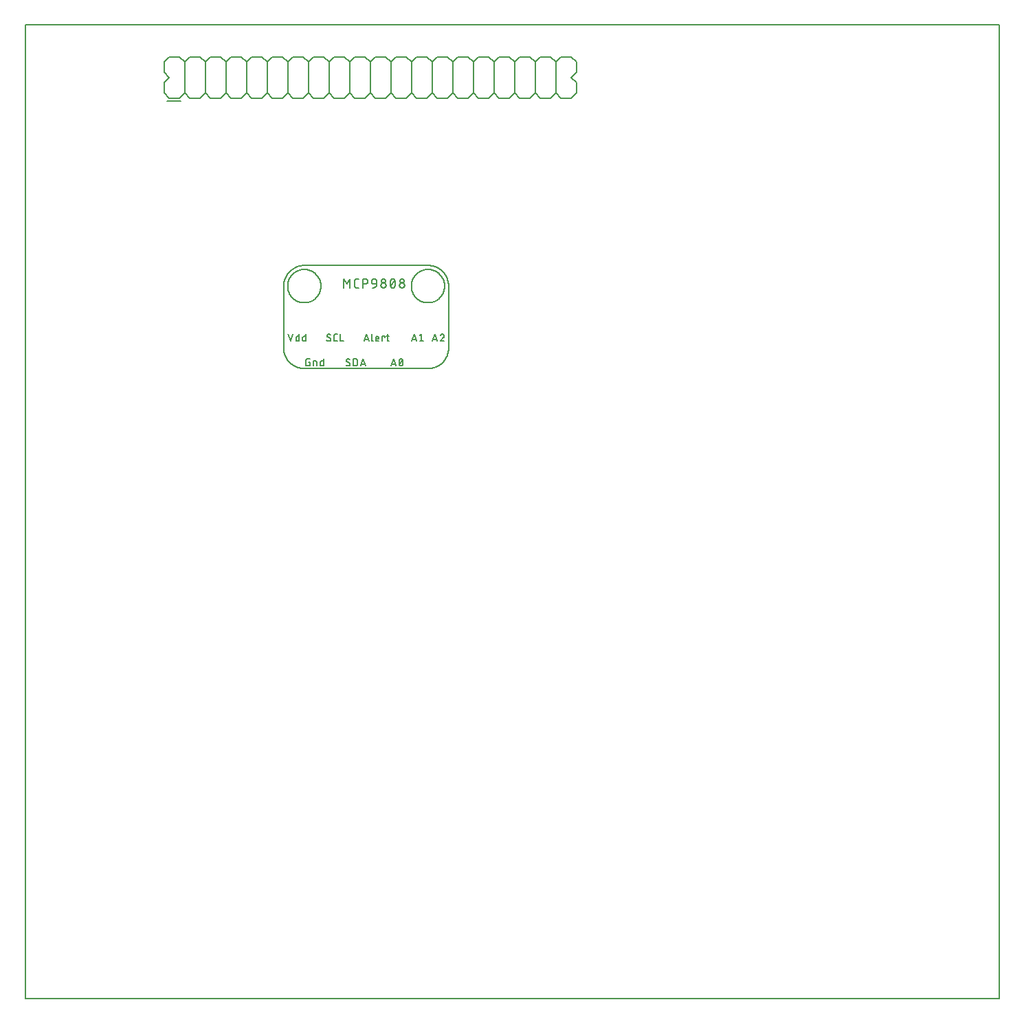
<source format=gto>
G04 EAGLE Gerber X2 export*
%TF.Part,Single*%
%TF.FileFunction,Other,Silk screen TOP*%
%TF.FilePolarity,Positive*%
%TF.GenerationSoftware,Autodesk,EAGLE,9.4.2*%
%TF.CreationDate,2020-04-15T05:43:06Z*%
G75*
%MOMM*%
%FSLAX34Y34*%
%LPD*%
%INTop Silkscreen*%
%AMOC8*
5,1,8,0,0,1.08239X$1,22.5*%
G01*
%ADD10C,0.200000*%
%ADD11C,0.203200*%
%ADD12C,0.127000*%
%ADD13C,0.152400*%


D10*
X0Y-1200000D02*
X1200000Y-1200000D01*
X0Y-1200000D02*
X0Y0D01*
X1200000Y0D02*
X1200000Y-1200000D01*
X1200000Y0D02*
X0Y0D01*
D11*
X405950Y-90400D02*
X418650Y-90400D01*
X425000Y-45950D02*
X418650Y-39600D01*
X399600Y-84050D02*
X405950Y-90400D01*
X405950Y-39600D02*
X418650Y-39600D01*
X323400Y-84050D02*
X317050Y-90400D01*
X323400Y-84050D02*
X329750Y-90400D01*
X323400Y-84050D02*
X323400Y-45950D01*
X317050Y-90400D02*
X304350Y-90400D01*
X323400Y-45950D02*
X317050Y-39600D01*
X298000Y-84050D02*
X304350Y-90400D01*
X304350Y-39600D02*
X317050Y-39600D01*
X298000Y-84050D02*
X291650Y-90400D01*
X298000Y-45950D02*
X304350Y-39600D01*
X298000Y-45950D02*
X298000Y-84050D01*
X291650Y-90400D02*
X278950Y-90400D01*
X298000Y-45950D02*
X291650Y-39600D01*
X272600Y-84050D02*
X278950Y-90400D01*
X278950Y-39600D02*
X291650Y-39600D01*
X272600Y-84050D02*
X266250Y-90400D01*
X272600Y-45950D02*
X278950Y-39600D01*
X272600Y-45950D02*
X272600Y-84050D01*
X266250Y-90400D02*
X253550Y-90400D01*
X272600Y-45950D02*
X266250Y-39600D01*
X253550Y-39600D01*
X247200Y-45950D01*
X247200Y-84050D02*
X253550Y-90400D01*
X247200Y-84050D02*
X240850Y-90400D01*
X247200Y-84050D02*
X247200Y-45950D01*
X240850Y-90400D02*
X228150Y-90400D01*
X247200Y-45950D02*
X240850Y-39600D01*
X221800Y-84050D02*
X228150Y-90400D01*
X228150Y-39600D02*
X240850Y-39600D01*
X393250Y-90400D02*
X399600Y-84050D01*
X399600Y-45950D02*
X405950Y-39600D01*
X399600Y-45950D02*
X399600Y-84050D01*
X221800Y-84050D02*
X215450Y-90400D01*
X221800Y-45950D02*
X228150Y-39600D01*
X221800Y-45950D02*
X221800Y-84050D01*
X215450Y-90400D02*
X202750Y-90400D01*
X221800Y-45950D02*
X215450Y-39600D01*
X196400Y-84050D02*
X202750Y-90400D01*
X202750Y-39600D02*
X215450Y-39600D01*
X196400Y-84050D02*
X190050Y-90400D01*
X196400Y-45950D02*
X202750Y-39600D01*
X196400Y-45950D02*
X196400Y-84050D01*
X190050Y-90400D02*
X177350Y-90400D01*
X196400Y-45950D02*
X190050Y-39600D01*
X177350Y-65000D02*
X171000Y-71350D01*
X177350Y-39600D02*
X190050Y-39600D01*
X191320Y-94210D02*
X174810Y-94210D01*
X171000Y-84050D02*
X171000Y-71350D01*
X171000Y-84050D02*
X177350Y-90400D01*
X177350Y-65000D02*
X171000Y-58650D01*
X171000Y-45950D02*
X177350Y-39600D01*
X171000Y-45950D02*
X171000Y-58650D01*
X380550Y-90400D02*
X393250Y-90400D01*
X399600Y-45950D02*
X393250Y-39600D01*
X374200Y-84050D02*
X380550Y-90400D01*
X380550Y-39600D02*
X393250Y-39600D01*
X374200Y-84050D02*
X367850Y-90400D01*
X374200Y-45950D02*
X380550Y-39600D01*
X374200Y-45950D02*
X374200Y-84050D01*
X367850Y-90400D02*
X355150Y-90400D01*
X374200Y-45950D02*
X367850Y-39600D01*
X355150Y-39600D01*
X348800Y-45950D01*
X348800Y-84050D02*
X355150Y-90400D01*
X348800Y-84050D02*
X342450Y-90400D01*
X348800Y-84050D02*
X348800Y-45950D01*
X342450Y-90400D02*
X329750Y-90400D01*
X348800Y-45950D02*
X342450Y-39600D01*
X329750Y-39600D02*
X323400Y-45950D01*
X329750Y-39600D02*
X342450Y-39600D01*
X418650Y-90400D02*
X425000Y-84050D01*
X431350Y-90400D01*
X425000Y-84050D02*
X425000Y-45950D01*
X431350Y-39600D01*
X444050Y-39600D01*
X444050Y-90400D02*
X431350Y-90400D01*
X450400Y-45950D02*
X444050Y-39600D01*
X520250Y-90400D02*
X526600Y-84050D01*
X526600Y-45950D01*
X526600Y-84050D02*
X532950Y-90400D01*
X526600Y-45950D02*
X532950Y-39600D01*
X545650Y-39600D01*
X545650Y-90400D02*
X532950Y-90400D01*
X552000Y-45950D02*
X545650Y-39600D01*
X552000Y-84050D02*
X545650Y-90400D01*
X552000Y-84050D02*
X552000Y-45950D01*
X558350Y-39600D01*
X552000Y-84050D02*
X558350Y-90400D01*
X558350Y-39600D02*
X571050Y-39600D01*
X571050Y-90400D02*
X558350Y-90400D01*
X571050Y-90400D02*
X577400Y-84050D01*
X577400Y-45950D02*
X571050Y-39600D01*
X577400Y-45950D02*
X577400Y-84050D01*
X577400Y-45950D02*
X583750Y-39600D01*
X577400Y-84050D02*
X583750Y-90400D01*
X583750Y-39600D02*
X596450Y-39600D01*
X596450Y-90400D02*
X583750Y-90400D01*
X602800Y-45950D02*
X596450Y-39600D01*
X602800Y-84050D02*
X596450Y-90400D01*
X602800Y-84050D02*
X602800Y-45950D01*
X602800Y-84050D02*
X609150Y-90400D01*
X602800Y-45950D02*
X609150Y-39600D01*
X621850Y-39600D01*
X621850Y-90400D02*
X609150Y-90400D01*
X628200Y-45950D02*
X621850Y-39600D01*
X450400Y-84050D02*
X444050Y-90400D01*
X450400Y-84050D02*
X450400Y-45950D01*
X456750Y-39600D01*
X621850Y-90400D02*
X628200Y-84050D01*
X628200Y-45950D01*
X634550Y-39600D01*
X628200Y-84050D02*
X634550Y-90400D01*
X634550Y-39600D02*
X647250Y-39600D01*
X647250Y-90400D02*
X634550Y-90400D01*
X647250Y-90400D02*
X653600Y-84050D01*
X653600Y-45950D02*
X647250Y-39600D01*
X653600Y-45950D02*
X653600Y-84050D01*
X653600Y-45950D02*
X659950Y-39600D01*
X653600Y-84050D02*
X659950Y-90400D01*
X659950Y-39600D02*
X672650Y-39600D01*
X672650Y-90400D02*
X659950Y-90400D01*
X672650Y-90400D02*
X679000Y-84050D01*
X679000Y-71350D02*
X672650Y-65000D01*
X679000Y-45950D02*
X672650Y-39600D01*
X679000Y-71350D02*
X679000Y-84050D01*
X672650Y-65000D02*
X679000Y-58650D01*
X679000Y-45950D01*
X456750Y-90400D02*
X450400Y-84050D01*
X456750Y-39600D02*
X469450Y-39600D01*
X469450Y-90400D02*
X456750Y-90400D01*
X475800Y-45950D02*
X469450Y-39600D01*
X475800Y-84050D02*
X469450Y-90400D01*
X475800Y-84050D02*
X475800Y-45950D01*
X482150Y-39600D01*
X475800Y-84050D02*
X482150Y-90400D01*
X482150Y-39600D02*
X494850Y-39600D01*
X494850Y-90400D02*
X482150Y-90400D01*
X501200Y-45950D02*
X494850Y-39600D01*
X501200Y-84050D02*
X494850Y-90400D01*
X501200Y-84050D02*
X501200Y-45950D01*
X501200Y-84050D02*
X507550Y-90400D01*
X501200Y-45950D02*
X507550Y-39600D01*
X520250Y-39600D01*
X520250Y-90400D02*
X507550Y-90400D01*
X526600Y-45950D02*
X520250Y-39600D01*
D12*
X400227Y-418349D02*
X400225Y-418435D01*
X400219Y-418521D01*
X400210Y-418607D01*
X400197Y-418692D01*
X400180Y-418777D01*
X400160Y-418860D01*
X400136Y-418943D01*
X400108Y-419025D01*
X400077Y-419105D01*
X400042Y-419184D01*
X400004Y-419261D01*
X399962Y-419337D01*
X399918Y-419411D01*
X399870Y-419482D01*
X399819Y-419552D01*
X399765Y-419619D01*
X399708Y-419684D01*
X399648Y-419746D01*
X399586Y-419806D01*
X399521Y-419863D01*
X399454Y-419917D01*
X399384Y-419968D01*
X399313Y-420016D01*
X399239Y-420060D01*
X399163Y-420102D01*
X399086Y-420140D01*
X399007Y-420175D01*
X398927Y-420206D01*
X398845Y-420234D01*
X398762Y-420258D01*
X398679Y-420278D01*
X398594Y-420295D01*
X398509Y-420308D01*
X398423Y-420317D01*
X398337Y-420323D01*
X398251Y-420325D01*
X398251Y-420326D02*
X398124Y-420324D01*
X397998Y-420318D01*
X397871Y-420309D01*
X397745Y-420295D01*
X397620Y-420278D01*
X397495Y-420257D01*
X397370Y-420232D01*
X397247Y-420203D01*
X397124Y-420171D01*
X397003Y-420135D01*
X396882Y-420095D01*
X396763Y-420052D01*
X396646Y-420005D01*
X396529Y-419954D01*
X396415Y-419900D01*
X396302Y-419843D01*
X396191Y-419782D01*
X396081Y-419718D01*
X395974Y-419650D01*
X395869Y-419580D01*
X395766Y-419506D01*
X395665Y-419429D01*
X395567Y-419349D01*
X395471Y-419266D01*
X395378Y-419180D01*
X395287Y-419091D01*
X395534Y-413411D02*
X395536Y-413325D01*
X395542Y-413239D01*
X395551Y-413153D01*
X395564Y-413068D01*
X395581Y-412983D01*
X395601Y-412900D01*
X395625Y-412817D01*
X395653Y-412735D01*
X395684Y-412655D01*
X395719Y-412576D01*
X395757Y-412499D01*
X395799Y-412423D01*
X395843Y-412349D01*
X395891Y-412278D01*
X395942Y-412208D01*
X395996Y-412141D01*
X396053Y-412076D01*
X396113Y-412014D01*
X396175Y-411954D01*
X396240Y-411897D01*
X396307Y-411843D01*
X396377Y-411792D01*
X396448Y-411744D01*
X396522Y-411700D01*
X396598Y-411658D01*
X396675Y-411620D01*
X396754Y-411585D01*
X396834Y-411554D01*
X396916Y-411526D01*
X396999Y-411502D01*
X397082Y-411482D01*
X397167Y-411465D01*
X397252Y-411452D01*
X397338Y-411443D01*
X397424Y-411437D01*
X397510Y-411435D01*
X397629Y-411437D01*
X397748Y-411443D01*
X397867Y-411452D01*
X397985Y-411466D01*
X398103Y-411483D01*
X398221Y-411504D01*
X398337Y-411529D01*
X398453Y-411557D01*
X398568Y-411589D01*
X398681Y-411625D01*
X398794Y-411665D01*
X398905Y-411708D01*
X399015Y-411754D01*
X399123Y-411804D01*
X399229Y-411858D01*
X399334Y-411915D01*
X399436Y-411975D01*
X399537Y-412039D01*
X399636Y-412106D01*
X399732Y-412176D01*
X396523Y-415139D02*
X396449Y-415094D01*
X396377Y-415045D01*
X396307Y-414993D01*
X396240Y-414938D01*
X396175Y-414880D01*
X396113Y-414820D01*
X396054Y-414757D01*
X395997Y-414691D01*
X395943Y-414623D01*
X395892Y-414553D01*
X395844Y-414481D01*
X395799Y-414406D01*
X395758Y-414330D01*
X395720Y-414252D01*
X395685Y-414172D01*
X395654Y-414091D01*
X395626Y-414009D01*
X395602Y-413926D01*
X395582Y-413842D01*
X395565Y-413756D01*
X395552Y-413671D01*
X395543Y-413584D01*
X395537Y-413498D01*
X395535Y-413411D01*
X399238Y-416621D02*
X399312Y-416666D01*
X399384Y-416715D01*
X399454Y-416767D01*
X399521Y-416822D01*
X399586Y-416880D01*
X399648Y-416940D01*
X399708Y-417003D01*
X399764Y-417069D01*
X399818Y-417137D01*
X399869Y-417207D01*
X399917Y-417279D01*
X399962Y-417354D01*
X400003Y-417430D01*
X400041Y-417508D01*
X400076Y-417588D01*
X400107Y-417669D01*
X400135Y-417751D01*
X400159Y-417834D01*
X400179Y-417918D01*
X400196Y-418004D01*
X400209Y-418089D01*
X400218Y-418176D01*
X400224Y-418262D01*
X400226Y-418349D01*
X399238Y-416621D02*
X396522Y-415139D01*
X404431Y-411435D02*
X404431Y-420325D01*
X404431Y-411435D02*
X406901Y-411435D01*
X406998Y-411437D01*
X407095Y-411443D01*
X407191Y-411452D01*
X407287Y-411465D01*
X407383Y-411482D01*
X407477Y-411503D01*
X407571Y-411528D01*
X407664Y-411556D01*
X407756Y-411588D01*
X407846Y-411623D01*
X407935Y-411662D01*
X408022Y-411704D01*
X408107Y-411750D01*
X408191Y-411799D01*
X408273Y-411851D01*
X408352Y-411907D01*
X408430Y-411965D01*
X408504Y-412027D01*
X408577Y-412091D01*
X408647Y-412158D01*
X408714Y-412228D01*
X408778Y-412301D01*
X408840Y-412375D01*
X408898Y-412453D01*
X408954Y-412532D01*
X409006Y-412614D01*
X409055Y-412698D01*
X409101Y-412783D01*
X409143Y-412870D01*
X409182Y-412959D01*
X409217Y-413049D01*
X409249Y-413141D01*
X409277Y-413234D01*
X409302Y-413328D01*
X409323Y-413422D01*
X409340Y-413518D01*
X409353Y-413614D01*
X409362Y-413710D01*
X409368Y-413807D01*
X409370Y-413904D01*
X409370Y-417856D01*
X409368Y-417953D01*
X409362Y-418050D01*
X409353Y-418146D01*
X409340Y-418242D01*
X409323Y-418338D01*
X409302Y-418432D01*
X409277Y-418526D01*
X409249Y-418619D01*
X409217Y-418711D01*
X409182Y-418801D01*
X409143Y-418890D01*
X409101Y-418977D01*
X409055Y-419062D01*
X409006Y-419146D01*
X408954Y-419228D01*
X408898Y-419307D01*
X408840Y-419385D01*
X408778Y-419459D01*
X408714Y-419532D01*
X408647Y-419602D01*
X408577Y-419669D01*
X408504Y-419733D01*
X408430Y-419795D01*
X408352Y-419853D01*
X408273Y-419909D01*
X408191Y-419961D01*
X408107Y-420010D01*
X408022Y-420056D01*
X407935Y-420098D01*
X407846Y-420137D01*
X407756Y-420172D01*
X407664Y-420204D01*
X407571Y-420232D01*
X407477Y-420257D01*
X407383Y-420278D01*
X407287Y-420295D01*
X407191Y-420308D01*
X407095Y-420317D01*
X406998Y-420323D01*
X406901Y-420325D01*
X404431Y-420325D01*
X413386Y-420325D02*
X416349Y-411435D01*
X419313Y-420325D01*
X418572Y-418103D02*
X414127Y-418103D01*
D13*
X318400Y-398100D02*
X318400Y-321900D01*
X318407Y-321286D01*
X318430Y-320673D01*
X318467Y-320060D01*
X318519Y-319449D01*
X318585Y-318838D01*
X318667Y-318230D01*
X318763Y-317624D01*
X318873Y-317020D01*
X318998Y-316419D01*
X319138Y-315821D01*
X319292Y-315227D01*
X319461Y-314637D01*
X319643Y-314051D01*
X319840Y-313470D01*
X320051Y-312893D01*
X320275Y-312322D01*
X320513Y-311756D01*
X320765Y-311196D01*
X321031Y-310643D01*
X321309Y-310096D01*
X321601Y-309556D01*
X321906Y-309023D01*
X322224Y-308498D01*
X322554Y-307980D01*
X322896Y-307471D01*
X323251Y-306970D01*
X323618Y-306478D01*
X323996Y-305995D01*
X324386Y-305521D01*
X324788Y-305057D01*
X325200Y-304602D01*
X325624Y-304158D01*
X326058Y-303724D01*
X326502Y-303300D01*
X326957Y-302888D01*
X327421Y-302486D01*
X327895Y-302096D01*
X328378Y-301718D01*
X328870Y-301351D01*
X329371Y-300996D01*
X329880Y-300654D01*
X330398Y-300324D01*
X330923Y-300006D01*
X331456Y-299701D01*
X331996Y-299409D01*
X332543Y-299131D01*
X333096Y-298865D01*
X333656Y-298613D01*
X334222Y-298375D01*
X334793Y-298151D01*
X335370Y-297940D01*
X335951Y-297743D01*
X336537Y-297561D01*
X337127Y-297392D01*
X337721Y-297238D01*
X338319Y-297098D01*
X338920Y-296973D01*
X339524Y-296863D01*
X340130Y-296767D01*
X340738Y-296685D01*
X341349Y-296619D01*
X341960Y-296567D01*
X342573Y-296530D01*
X343186Y-296507D01*
X343800Y-296500D01*
X392695Y-312883D02*
X392695Y-324059D01*
X396420Y-319092D02*
X392695Y-312883D01*
X396420Y-319092D02*
X400146Y-312883D01*
X400146Y-324059D01*
X408331Y-324059D02*
X410814Y-324059D01*
X408331Y-324059D02*
X408233Y-324057D01*
X408136Y-324051D01*
X408039Y-324042D01*
X407942Y-324028D01*
X407846Y-324011D01*
X407751Y-323990D01*
X407657Y-323966D01*
X407563Y-323937D01*
X407471Y-323905D01*
X407380Y-323870D01*
X407291Y-323831D01*
X407203Y-323788D01*
X407117Y-323742D01*
X407033Y-323693D01*
X406951Y-323640D01*
X406871Y-323585D01*
X406793Y-323526D01*
X406718Y-323464D01*
X406645Y-323399D01*
X406575Y-323331D01*
X406507Y-323261D01*
X406442Y-323188D01*
X406380Y-323113D01*
X406321Y-323035D01*
X406266Y-322955D01*
X406213Y-322873D01*
X406164Y-322789D01*
X406118Y-322703D01*
X406075Y-322615D01*
X406036Y-322526D01*
X406001Y-322435D01*
X405969Y-322343D01*
X405940Y-322249D01*
X405916Y-322155D01*
X405895Y-322060D01*
X405878Y-321964D01*
X405864Y-321867D01*
X405855Y-321770D01*
X405849Y-321673D01*
X405847Y-321575D01*
X405847Y-315367D01*
X405849Y-315269D01*
X405855Y-315172D01*
X405864Y-315075D01*
X405878Y-314978D01*
X405895Y-314882D01*
X405916Y-314787D01*
X405940Y-314693D01*
X405969Y-314599D01*
X406001Y-314507D01*
X406036Y-314416D01*
X406075Y-314327D01*
X406118Y-314239D01*
X406164Y-314153D01*
X406213Y-314069D01*
X406266Y-313987D01*
X406321Y-313907D01*
X406380Y-313829D01*
X406442Y-313754D01*
X406507Y-313681D01*
X406575Y-313611D01*
X406645Y-313543D01*
X406718Y-313478D01*
X406793Y-313416D01*
X406871Y-313357D01*
X406951Y-313302D01*
X407033Y-313249D01*
X407117Y-313200D01*
X407203Y-313154D01*
X407291Y-313111D01*
X407380Y-313072D01*
X407471Y-313037D01*
X407563Y-313005D01*
X407657Y-312976D01*
X407751Y-312952D01*
X407846Y-312931D01*
X407942Y-312914D01*
X408039Y-312900D01*
X408136Y-312891D01*
X408233Y-312885D01*
X408331Y-312883D01*
X410814Y-312883D01*
X416007Y-312883D02*
X416007Y-324059D01*
X416007Y-312883D02*
X419111Y-312883D01*
X419222Y-312885D01*
X419332Y-312891D01*
X419443Y-312901D01*
X419553Y-312915D01*
X419662Y-312932D01*
X419771Y-312954D01*
X419879Y-312979D01*
X419985Y-313009D01*
X420091Y-313042D01*
X420196Y-313079D01*
X420299Y-313119D01*
X420400Y-313164D01*
X420500Y-313211D01*
X420599Y-313263D01*
X420695Y-313318D01*
X420789Y-313376D01*
X420881Y-313437D01*
X420971Y-313502D01*
X421059Y-313570D01*
X421144Y-313641D01*
X421226Y-313715D01*
X421306Y-313792D01*
X421383Y-313872D01*
X421457Y-313954D01*
X421528Y-314039D01*
X421596Y-314127D01*
X421661Y-314217D01*
X421722Y-314309D01*
X421780Y-314403D01*
X421835Y-314499D01*
X421887Y-314598D01*
X421934Y-314698D01*
X421979Y-314799D01*
X422019Y-314902D01*
X422056Y-315007D01*
X422089Y-315113D01*
X422119Y-315219D01*
X422144Y-315327D01*
X422166Y-315436D01*
X422183Y-315545D01*
X422197Y-315655D01*
X422207Y-315766D01*
X422213Y-315876D01*
X422215Y-315987D01*
X422213Y-316098D01*
X422207Y-316208D01*
X422197Y-316319D01*
X422183Y-316429D01*
X422166Y-316538D01*
X422144Y-316647D01*
X422119Y-316755D01*
X422089Y-316861D01*
X422056Y-316967D01*
X422019Y-317072D01*
X421979Y-317175D01*
X421934Y-317276D01*
X421887Y-317376D01*
X421835Y-317475D01*
X421780Y-317571D01*
X421722Y-317665D01*
X421661Y-317757D01*
X421596Y-317847D01*
X421528Y-317935D01*
X421457Y-318020D01*
X421383Y-318102D01*
X421306Y-318182D01*
X421226Y-318259D01*
X421144Y-318333D01*
X421059Y-318404D01*
X420971Y-318472D01*
X420881Y-318537D01*
X420789Y-318598D01*
X420695Y-318656D01*
X420599Y-318711D01*
X420500Y-318763D01*
X420400Y-318810D01*
X420299Y-318855D01*
X420196Y-318895D01*
X420091Y-318932D01*
X419985Y-318965D01*
X419879Y-318995D01*
X419771Y-319020D01*
X419662Y-319042D01*
X419553Y-319059D01*
X419443Y-319073D01*
X419332Y-319083D01*
X419222Y-319089D01*
X419111Y-319091D01*
X419111Y-319092D02*
X416007Y-319092D01*
X429327Y-319092D02*
X433053Y-319092D01*
X429327Y-319092D02*
X429229Y-319090D01*
X429132Y-319084D01*
X429035Y-319075D01*
X428938Y-319061D01*
X428842Y-319044D01*
X428747Y-319023D01*
X428653Y-318999D01*
X428559Y-318970D01*
X428467Y-318938D01*
X428376Y-318903D01*
X428287Y-318864D01*
X428199Y-318821D01*
X428113Y-318775D01*
X428029Y-318726D01*
X427947Y-318673D01*
X427867Y-318618D01*
X427789Y-318559D01*
X427714Y-318497D01*
X427641Y-318432D01*
X427571Y-318364D01*
X427503Y-318294D01*
X427438Y-318221D01*
X427376Y-318146D01*
X427317Y-318068D01*
X427262Y-317988D01*
X427209Y-317906D01*
X427160Y-317822D01*
X427114Y-317736D01*
X427071Y-317648D01*
X427032Y-317559D01*
X426997Y-317468D01*
X426965Y-317376D01*
X426936Y-317282D01*
X426912Y-317188D01*
X426891Y-317093D01*
X426874Y-316997D01*
X426860Y-316900D01*
X426851Y-316803D01*
X426845Y-316706D01*
X426843Y-316608D01*
X426844Y-316608D02*
X426844Y-315987D01*
X426846Y-315876D01*
X426852Y-315766D01*
X426862Y-315655D01*
X426876Y-315545D01*
X426893Y-315436D01*
X426915Y-315327D01*
X426940Y-315219D01*
X426970Y-315113D01*
X427003Y-315007D01*
X427040Y-314902D01*
X427080Y-314799D01*
X427125Y-314698D01*
X427172Y-314598D01*
X427224Y-314499D01*
X427279Y-314403D01*
X427337Y-314309D01*
X427398Y-314217D01*
X427463Y-314127D01*
X427531Y-314039D01*
X427602Y-313954D01*
X427676Y-313872D01*
X427753Y-313792D01*
X427833Y-313715D01*
X427915Y-313641D01*
X428000Y-313570D01*
X428088Y-313502D01*
X428178Y-313437D01*
X428270Y-313376D01*
X428364Y-313318D01*
X428460Y-313263D01*
X428559Y-313211D01*
X428659Y-313164D01*
X428760Y-313119D01*
X428863Y-313079D01*
X428968Y-313042D01*
X429074Y-313009D01*
X429180Y-312979D01*
X429288Y-312954D01*
X429397Y-312932D01*
X429506Y-312915D01*
X429616Y-312901D01*
X429727Y-312891D01*
X429837Y-312885D01*
X429948Y-312883D01*
X430059Y-312885D01*
X430169Y-312891D01*
X430280Y-312901D01*
X430390Y-312915D01*
X430499Y-312932D01*
X430608Y-312954D01*
X430716Y-312979D01*
X430822Y-313009D01*
X430928Y-313042D01*
X431033Y-313079D01*
X431136Y-313119D01*
X431237Y-313164D01*
X431337Y-313211D01*
X431436Y-313263D01*
X431532Y-313318D01*
X431626Y-313376D01*
X431718Y-313437D01*
X431808Y-313502D01*
X431896Y-313570D01*
X431981Y-313641D01*
X432063Y-313715D01*
X432143Y-313792D01*
X432220Y-313872D01*
X432294Y-313954D01*
X432365Y-314039D01*
X432433Y-314127D01*
X432498Y-314217D01*
X432559Y-314309D01*
X432617Y-314403D01*
X432672Y-314499D01*
X432724Y-314598D01*
X432771Y-314698D01*
X432816Y-314799D01*
X432856Y-314902D01*
X432893Y-315007D01*
X432926Y-315113D01*
X432956Y-315219D01*
X432981Y-315327D01*
X433003Y-315436D01*
X433020Y-315545D01*
X433034Y-315655D01*
X433044Y-315766D01*
X433050Y-315876D01*
X433052Y-315987D01*
X433053Y-315987D02*
X433053Y-319092D01*
X433051Y-319231D01*
X433045Y-319371D01*
X433035Y-319509D01*
X433022Y-319648D01*
X433004Y-319786D01*
X432983Y-319924D01*
X432958Y-320061D01*
X432928Y-320197D01*
X432896Y-320333D01*
X432859Y-320467D01*
X432818Y-320600D01*
X432774Y-320733D01*
X432726Y-320863D01*
X432675Y-320993D01*
X432620Y-321121D01*
X432561Y-321247D01*
X432499Y-321372D01*
X432433Y-321495D01*
X432364Y-321616D01*
X432292Y-321735D01*
X432216Y-321852D01*
X432137Y-321966D01*
X432055Y-322079D01*
X431969Y-322189D01*
X431881Y-322297D01*
X431790Y-322402D01*
X431695Y-322504D01*
X431598Y-322604D01*
X431498Y-322701D01*
X431396Y-322796D01*
X431291Y-322887D01*
X431183Y-322975D01*
X431073Y-323061D01*
X430960Y-323143D01*
X430846Y-323222D01*
X430729Y-323298D01*
X430610Y-323370D01*
X430489Y-323439D01*
X430366Y-323505D01*
X430241Y-323567D01*
X430115Y-323626D01*
X429987Y-323681D01*
X429857Y-323732D01*
X429726Y-323780D01*
X429594Y-323824D01*
X429461Y-323865D01*
X429327Y-323902D01*
X429191Y-323934D01*
X429055Y-323964D01*
X428918Y-323989D01*
X428780Y-324010D01*
X428642Y-324028D01*
X428503Y-324041D01*
X428364Y-324051D01*
X428225Y-324057D01*
X428086Y-324059D01*
X438274Y-320955D02*
X438276Y-320844D01*
X438282Y-320734D01*
X438292Y-320623D01*
X438306Y-320513D01*
X438323Y-320404D01*
X438345Y-320295D01*
X438370Y-320187D01*
X438400Y-320081D01*
X438433Y-319975D01*
X438470Y-319870D01*
X438510Y-319767D01*
X438555Y-319666D01*
X438602Y-319566D01*
X438654Y-319467D01*
X438709Y-319371D01*
X438767Y-319277D01*
X438828Y-319185D01*
X438893Y-319095D01*
X438961Y-319007D01*
X439032Y-318922D01*
X439106Y-318840D01*
X439183Y-318760D01*
X439263Y-318683D01*
X439345Y-318609D01*
X439430Y-318538D01*
X439518Y-318470D01*
X439608Y-318405D01*
X439700Y-318344D01*
X439794Y-318286D01*
X439890Y-318231D01*
X439989Y-318179D01*
X440089Y-318132D01*
X440190Y-318087D01*
X440293Y-318047D01*
X440398Y-318010D01*
X440504Y-317977D01*
X440610Y-317947D01*
X440718Y-317922D01*
X440827Y-317900D01*
X440936Y-317883D01*
X441046Y-317869D01*
X441157Y-317859D01*
X441267Y-317853D01*
X441378Y-317851D01*
X441489Y-317853D01*
X441599Y-317859D01*
X441710Y-317869D01*
X441820Y-317883D01*
X441929Y-317900D01*
X442038Y-317922D01*
X442146Y-317947D01*
X442252Y-317977D01*
X442358Y-318010D01*
X442463Y-318047D01*
X442566Y-318087D01*
X442667Y-318132D01*
X442767Y-318179D01*
X442866Y-318231D01*
X442962Y-318286D01*
X443056Y-318344D01*
X443148Y-318405D01*
X443238Y-318470D01*
X443326Y-318538D01*
X443411Y-318609D01*
X443493Y-318683D01*
X443573Y-318760D01*
X443650Y-318840D01*
X443724Y-318922D01*
X443795Y-319007D01*
X443863Y-319095D01*
X443928Y-319185D01*
X443989Y-319277D01*
X444047Y-319371D01*
X444102Y-319467D01*
X444154Y-319566D01*
X444201Y-319666D01*
X444246Y-319767D01*
X444286Y-319870D01*
X444323Y-319975D01*
X444356Y-320081D01*
X444386Y-320187D01*
X444411Y-320295D01*
X444433Y-320404D01*
X444450Y-320513D01*
X444464Y-320623D01*
X444474Y-320734D01*
X444480Y-320844D01*
X444482Y-320955D01*
X444480Y-321066D01*
X444474Y-321176D01*
X444464Y-321287D01*
X444450Y-321397D01*
X444433Y-321506D01*
X444411Y-321615D01*
X444386Y-321723D01*
X444356Y-321829D01*
X444323Y-321935D01*
X444286Y-322040D01*
X444246Y-322143D01*
X444201Y-322244D01*
X444154Y-322344D01*
X444102Y-322443D01*
X444047Y-322539D01*
X443989Y-322633D01*
X443928Y-322725D01*
X443863Y-322815D01*
X443795Y-322903D01*
X443724Y-322988D01*
X443650Y-323070D01*
X443573Y-323150D01*
X443493Y-323227D01*
X443411Y-323301D01*
X443326Y-323372D01*
X443238Y-323440D01*
X443148Y-323505D01*
X443056Y-323566D01*
X442962Y-323624D01*
X442866Y-323679D01*
X442767Y-323731D01*
X442667Y-323778D01*
X442566Y-323823D01*
X442463Y-323863D01*
X442358Y-323900D01*
X442252Y-323933D01*
X442146Y-323963D01*
X442038Y-323988D01*
X441929Y-324010D01*
X441820Y-324027D01*
X441710Y-324041D01*
X441599Y-324051D01*
X441489Y-324057D01*
X441378Y-324059D01*
X441267Y-324057D01*
X441157Y-324051D01*
X441046Y-324041D01*
X440936Y-324027D01*
X440827Y-324010D01*
X440718Y-323988D01*
X440610Y-323963D01*
X440504Y-323933D01*
X440398Y-323900D01*
X440293Y-323863D01*
X440190Y-323823D01*
X440089Y-323778D01*
X439989Y-323731D01*
X439890Y-323679D01*
X439794Y-323624D01*
X439700Y-323566D01*
X439608Y-323505D01*
X439518Y-323440D01*
X439430Y-323372D01*
X439345Y-323301D01*
X439263Y-323227D01*
X439183Y-323150D01*
X439106Y-323070D01*
X439032Y-322988D01*
X438961Y-322903D01*
X438893Y-322815D01*
X438828Y-322725D01*
X438767Y-322633D01*
X438709Y-322539D01*
X438654Y-322443D01*
X438602Y-322344D01*
X438555Y-322244D01*
X438510Y-322143D01*
X438470Y-322040D01*
X438433Y-321935D01*
X438400Y-321829D01*
X438370Y-321723D01*
X438345Y-321615D01*
X438323Y-321506D01*
X438306Y-321397D01*
X438292Y-321287D01*
X438282Y-321176D01*
X438276Y-321066D01*
X438274Y-320955D01*
X438894Y-315367D02*
X438896Y-315268D01*
X438902Y-315170D01*
X438912Y-315071D01*
X438925Y-314974D01*
X438943Y-314876D01*
X438964Y-314780D01*
X438990Y-314684D01*
X439019Y-314590D01*
X439051Y-314497D01*
X439088Y-314405D01*
X439128Y-314315D01*
X439172Y-314226D01*
X439219Y-314139D01*
X439269Y-314054D01*
X439323Y-313972D01*
X439380Y-313891D01*
X439440Y-313813D01*
X439504Y-313737D01*
X439570Y-313664D01*
X439639Y-313593D01*
X439711Y-313525D01*
X439786Y-313461D01*
X439863Y-313399D01*
X439942Y-313340D01*
X440024Y-313285D01*
X440108Y-313232D01*
X440193Y-313184D01*
X440281Y-313138D01*
X440371Y-313096D01*
X440462Y-313058D01*
X440554Y-313024D01*
X440648Y-312993D01*
X440743Y-312966D01*
X440839Y-312942D01*
X440936Y-312923D01*
X441033Y-312907D01*
X441131Y-312895D01*
X441230Y-312887D01*
X441329Y-312883D01*
X441427Y-312883D01*
X441526Y-312887D01*
X441625Y-312895D01*
X441723Y-312907D01*
X441820Y-312923D01*
X441917Y-312942D01*
X442013Y-312966D01*
X442108Y-312993D01*
X442202Y-313024D01*
X442294Y-313058D01*
X442385Y-313096D01*
X442475Y-313138D01*
X442563Y-313184D01*
X442648Y-313232D01*
X442732Y-313285D01*
X442814Y-313340D01*
X442893Y-313399D01*
X442970Y-313461D01*
X443045Y-313525D01*
X443117Y-313593D01*
X443186Y-313664D01*
X443252Y-313737D01*
X443316Y-313813D01*
X443376Y-313891D01*
X443433Y-313972D01*
X443487Y-314054D01*
X443537Y-314139D01*
X443584Y-314226D01*
X443628Y-314315D01*
X443668Y-314405D01*
X443705Y-314497D01*
X443737Y-314590D01*
X443766Y-314684D01*
X443792Y-314780D01*
X443813Y-314876D01*
X443831Y-314974D01*
X443844Y-315071D01*
X443854Y-315170D01*
X443860Y-315268D01*
X443862Y-315367D01*
X443860Y-315466D01*
X443854Y-315564D01*
X443844Y-315663D01*
X443831Y-315760D01*
X443813Y-315858D01*
X443792Y-315954D01*
X443766Y-316050D01*
X443737Y-316144D01*
X443705Y-316237D01*
X443668Y-316329D01*
X443628Y-316419D01*
X443584Y-316508D01*
X443537Y-316595D01*
X443487Y-316680D01*
X443433Y-316762D01*
X443376Y-316843D01*
X443316Y-316921D01*
X443252Y-316997D01*
X443186Y-317070D01*
X443117Y-317141D01*
X443045Y-317209D01*
X442970Y-317273D01*
X442893Y-317335D01*
X442814Y-317394D01*
X442732Y-317449D01*
X442648Y-317502D01*
X442563Y-317550D01*
X442475Y-317596D01*
X442385Y-317638D01*
X442294Y-317676D01*
X442202Y-317710D01*
X442108Y-317741D01*
X442013Y-317768D01*
X441917Y-317792D01*
X441820Y-317811D01*
X441723Y-317827D01*
X441625Y-317839D01*
X441526Y-317847D01*
X441427Y-317851D01*
X441329Y-317851D01*
X441230Y-317847D01*
X441131Y-317839D01*
X441033Y-317827D01*
X440936Y-317811D01*
X440839Y-317792D01*
X440743Y-317768D01*
X440648Y-317741D01*
X440554Y-317710D01*
X440462Y-317676D01*
X440371Y-317638D01*
X440281Y-317596D01*
X440193Y-317550D01*
X440108Y-317502D01*
X440024Y-317449D01*
X439942Y-317394D01*
X439863Y-317335D01*
X439786Y-317273D01*
X439711Y-317209D01*
X439639Y-317141D01*
X439570Y-317070D01*
X439504Y-316997D01*
X439440Y-316921D01*
X439380Y-316843D01*
X439323Y-316762D01*
X439269Y-316680D01*
X439219Y-316595D01*
X439172Y-316508D01*
X439128Y-316419D01*
X439088Y-316329D01*
X439051Y-316237D01*
X439019Y-316144D01*
X438990Y-316050D01*
X438964Y-315954D01*
X438943Y-315858D01*
X438925Y-315760D01*
X438912Y-315663D01*
X438902Y-315564D01*
X438896Y-315466D01*
X438894Y-315367D01*
X449704Y-318471D02*
X449707Y-318251D01*
X449714Y-318031D01*
X449728Y-317812D01*
X449746Y-317593D01*
X449770Y-317374D01*
X449798Y-317156D01*
X449832Y-316939D01*
X449871Y-316723D01*
X449916Y-316507D01*
X449965Y-316293D01*
X450020Y-316080D01*
X450079Y-315868D01*
X450144Y-315658D01*
X450214Y-315450D01*
X450288Y-315243D01*
X450368Y-315038D01*
X450452Y-314835D01*
X450541Y-314634D01*
X450635Y-314435D01*
X450668Y-314346D01*
X450704Y-314258D01*
X450744Y-314172D01*
X450787Y-314087D01*
X450834Y-314005D01*
X450885Y-313924D01*
X450938Y-313846D01*
X450995Y-313770D01*
X451055Y-313696D01*
X451118Y-313625D01*
X451183Y-313556D01*
X451252Y-313490D01*
X451323Y-313428D01*
X451397Y-313368D01*
X451473Y-313311D01*
X451551Y-313257D01*
X451632Y-313207D01*
X451714Y-313160D01*
X451799Y-313117D01*
X451885Y-313077D01*
X451973Y-313040D01*
X452062Y-313008D01*
X452152Y-312979D01*
X452244Y-312953D01*
X452336Y-312932D01*
X452430Y-312914D01*
X452524Y-312901D01*
X452618Y-312891D01*
X452713Y-312885D01*
X452808Y-312883D01*
X452903Y-312885D01*
X452998Y-312891D01*
X453092Y-312901D01*
X453186Y-312914D01*
X453280Y-312932D01*
X453372Y-312953D01*
X453464Y-312979D01*
X453554Y-313008D01*
X453643Y-313040D01*
X453731Y-313077D01*
X453817Y-313117D01*
X453902Y-313160D01*
X453984Y-313207D01*
X454065Y-313257D01*
X454143Y-313311D01*
X454219Y-313368D01*
X454293Y-313428D01*
X454364Y-313490D01*
X454433Y-313556D01*
X454498Y-313625D01*
X454561Y-313696D01*
X454621Y-313770D01*
X454678Y-313846D01*
X454731Y-313924D01*
X454782Y-314005D01*
X454829Y-314088D01*
X454872Y-314172D01*
X454912Y-314258D01*
X454948Y-314346D01*
X454981Y-314435D01*
X454982Y-314435D02*
X455076Y-314634D01*
X455165Y-314835D01*
X455249Y-315038D01*
X455329Y-315243D01*
X455403Y-315450D01*
X455473Y-315658D01*
X455538Y-315868D01*
X455597Y-316080D01*
X455652Y-316293D01*
X455701Y-316507D01*
X455746Y-316723D01*
X455785Y-316939D01*
X455819Y-317156D01*
X455847Y-317374D01*
X455871Y-317593D01*
X455889Y-317812D01*
X455903Y-318031D01*
X455910Y-318251D01*
X455913Y-318471D01*
X449704Y-318471D02*
X449707Y-318691D01*
X449714Y-318911D01*
X449728Y-319130D01*
X449746Y-319349D01*
X449770Y-319568D01*
X449798Y-319786D01*
X449832Y-320003D01*
X449871Y-320219D01*
X449916Y-320435D01*
X449965Y-320649D01*
X450020Y-320862D01*
X450079Y-321074D01*
X450144Y-321284D01*
X450214Y-321492D01*
X450288Y-321699D01*
X450368Y-321904D01*
X450452Y-322107D01*
X450541Y-322308D01*
X450635Y-322507D01*
X450668Y-322596D01*
X450704Y-322684D01*
X450744Y-322770D01*
X450787Y-322855D01*
X450834Y-322937D01*
X450885Y-323018D01*
X450938Y-323096D01*
X450995Y-323172D01*
X451055Y-323246D01*
X451118Y-323317D01*
X451183Y-323386D01*
X451252Y-323452D01*
X451323Y-323514D01*
X451397Y-323574D01*
X451473Y-323631D01*
X451551Y-323685D01*
X451632Y-323735D01*
X451714Y-323782D01*
X451799Y-323825D01*
X451885Y-323865D01*
X451973Y-323902D01*
X452062Y-323934D01*
X452152Y-323963D01*
X452244Y-323989D01*
X452336Y-324010D01*
X452430Y-324028D01*
X452524Y-324041D01*
X452618Y-324051D01*
X452713Y-324057D01*
X452808Y-324059D01*
X454982Y-322507D02*
X455076Y-322308D01*
X455165Y-322107D01*
X455249Y-321904D01*
X455329Y-321699D01*
X455403Y-321492D01*
X455473Y-321284D01*
X455538Y-321074D01*
X455597Y-320862D01*
X455652Y-320649D01*
X455701Y-320435D01*
X455746Y-320219D01*
X455785Y-320003D01*
X455819Y-319786D01*
X455847Y-319568D01*
X455871Y-319349D01*
X455889Y-319130D01*
X455903Y-318911D01*
X455910Y-318691D01*
X455913Y-318471D01*
X454981Y-322507D02*
X454948Y-322596D01*
X454912Y-322684D01*
X454872Y-322770D01*
X454829Y-322855D01*
X454782Y-322937D01*
X454731Y-323018D01*
X454678Y-323096D01*
X454621Y-323172D01*
X454561Y-323246D01*
X454498Y-323317D01*
X454433Y-323386D01*
X454364Y-323452D01*
X454293Y-323514D01*
X454219Y-323574D01*
X454143Y-323631D01*
X454065Y-323685D01*
X453984Y-323735D01*
X453902Y-323782D01*
X453817Y-323825D01*
X453731Y-323865D01*
X453643Y-323902D01*
X453554Y-323934D01*
X453464Y-323963D01*
X453372Y-323989D01*
X453280Y-324010D01*
X453186Y-324028D01*
X453092Y-324041D01*
X452998Y-324051D01*
X452903Y-324057D01*
X452808Y-324059D01*
X450325Y-321575D02*
X455292Y-315367D01*
X461134Y-320955D02*
X461136Y-320844D01*
X461142Y-320734D01*
X461152Y-320623D01*
X461166Y-320513D01*
X461183Y-320404D01*
X461205Y-320295D01*
X461230Y-320187D01*
X461260Y-320081D01*
X461293Y-319975D01*
X461330Y-319870D01*
X461370Y-319767D01*
X461415Y-319666D01*
X461462Y-319566D01*
X461514Y-319467D01*
X461569Y-319371D01*
X461627Y-319277D01*
X461688Y-319185D01*
X461753Y-319095D01*
X461821Y-319007D01*
X461892Y-318922D01*
X461966Y-318840D01*
X462043Y-318760D01*
X462123Y-318683D01*
X462205Y-318609D01*
X462290Y-318538D01*
X462378Y-318470D01*
X462468Y-318405D01*
X462560Y-318344D01*
X462654Y-318286D01*
X462750Y-318231D01*
X462849Y-318179D01*
X462949Y-318132D01*
X463050Y-318087D01*
X463153Y-318047D01*
X463258Y-318010D01*
X463364Y-317977D01*
X463470Y-317947D01*
X463578Y-317922D01*
X463687Y-317900D01*
X463796Y-317883D01*
X463906Y-317869D01*
X464017Y-317859D01*
X464127Y-317853D01*
X464238Y-317851D01*
X464349Y-317853D01*
X464459Y-317859D01*
X464570Y-317869D01*
X464680Y-317883D01*
X464789Y-317900D01*
X464898Y-317922D01*
X465006Y-317947D01*
X465112Y-317977D01*
X465218Y-318010D01*
X465323Y-318047D01*
X465426Y-318087D01*
X465527Y-318132D01*
X465627Y-318179D01*
X465726Y-318231D01*
X465822Y-318286D01*
X465916Y-318344D01*
X466008Y-318405D01*
X466098Y-318470D01*
X466186Y-318538D01*
X466271Y-318609D01*
X466353Y-318683D01*
X466433Y-318760D01*
X466510Y-318840D01*
X466584Y-318922D01*
X466655Y-319007D01*
X466723Y-319095D01*
X466788Y-319185D01*
X466849Y-319277D01*
X466907Y-319371D01*
X466962Y-319467D01*
X467014Y-319566D01*
X467061Y-319666D01*
X467106Y-319767D01*
X467146Y-319870D01*
X467183Y-319975D01*
X467216Y-320081D01*
X467246Y-320187D01*
X467271Y-320295D01*
X467293Y-320404D01*
X467310Y-320513D01*
X467324Y-320623D01*
X467334Y-320734D01*
X467340Y-320844D01*
X467342Y-320955D01*
X467340Y-321066D01*
X467334Y-321176D01*
X467324Y-321287D01*
X467310Y-321397D01*
X467293Y-321506D01*
X467271Y-321615D01*
X467246Y-321723D01*
X467216Y-321829D01*
X467183Y-321935D01*
X467146Y-322040D01*
X467106Y-322143D01*
X467061Y-322244D01*
X467014Y-322344D01*
X466962Y-322443D01*
X466907Y-322539D01*
X466849Y-322633D01*
X466788Y-322725D01*
X466723Y-322815D01*
X466655Y-322903D01*
X466584Y-322988D01*
X466510Y-323070D01*
X466433Y-323150D01*
X466353Y-323227D01*
X466271Y-323301D01*
X466186Y-323372D01*
X466098Y-323440D01*
X466008Y-323505D01*
X465916Y-323566D01*
X465822Y-323624D01*
X465726Y-323679D01*
X465627Y-323731D01*
X465527Y-323778D01*
X465426Y-323823D01*
X465323Y-323863D01*
X465218Y-323900D01*
X465112Y-323933D01*
X465006Y-323963D01*
X464898Y-323988D01*
X464789Y-324010D01*
X464680Y-324027D01*
X464570Y-324041D01*
X464459Y-324051D01*
X464349Y-324057D01*
X464238Y-324059D01*
X464127Y-324057D01*
X464017Y-324051D01*
X463906Y-324041D01*
X463796Y-324027D01*
X463687Y-324010D01*
X463578Y-323988D01*
X463470Y-323963D01*
X463364Y-323933D01*
X463258Y-323900D01*
X463153Y-323863D01*
X463050Y-323823D01*
X462949Y-323778D01*
X462849Y-323731D01*
X462750Y-323679D01*
X462654Y-323624D01*
X462560Y-323566D01*
X462468Y-323505D01*
X462378Y-323440D01*
X462290Y-323372D01*
X462205Y-323301D01*
X462123Y-323227D01*
X462043Y-323150D01*
X461966Y-323070D01*
X461892Y-322988D01*
X461821Y-322903D01*
X461753Y-322815D01*
X461688Y-322725D01*
X461627Y-322633D01*
X461569Y-322539D01*
X461514Y-322443D01*
X461462Y-322344D01*
X461415Y-322244D01*
X461370Y-322143D01*
X461330Y-322040D01*
X461293Y-321935D01*
X461260Y-321829D01*
X461230Y-321723D01*
X461205Y-321615D01*
X461183Y-321506D01*
X461166Y-321397D01*
X461152Y-321287D01*
X461142Y-321176D01*
X461136Y-321066D01*
X461134Y-320955D01*
X461754Y-315367D02*
X461756Y-315268D01*
X461762Y-315170D01*
X461772Y-315071D01*
X461785Y-314974D01*
X461803Y-314876D01*
X461824Y-314780D01*
X461850Y-314684D01*
X461879Y-314590D01*
X461911Y-314497D01*
X461948Y-314405D01*
X461988Y-314315D01*
X462032Y-314226D01*
X462079Y-314139D01*
X462129Y-314054D01*
X462183Y-313972D01*
X462240Y-313891D01*
X462300Y-313813D01*
X462364Y-313737D01*
X462430Y-313664D01*
X462499Y-313593D01*
X462571Y-313525D01*
X462646Y-313461D01*
X462723Y-313399D01*
X462802Y-313340D01*
X462884Y-313285D01*
X462968Y-313232D01*
X463053Y-313184D01*
X463141Y-313138D01*
X463231Y-313096D01*
X463322Y-313058D01*
X463414Y-313024D01*
X463508Y-312993D01*
X463603Y-312966D01*
X463699Y-312942D01*
X463796Y-312923D01*
X463893Y-312907D01*
X463991Y-312895D01*
X464090Y-312887D01*
X464189Y-312883D01*
X464287Y-312883D01*
X464386Y-312887D01*
X464485Y-312895D01*
X464583Y-312907D01*
X464680Y-312923D01*
X464777Y-312942D01*
X464873Y-312966D01*
X464968Y-312993D01*
X465062Y-313024D01*
X465154Y-313058D01*
X465245Y-313096D01*
X465335Y-313138D01*
X465423Y-313184D01*
X465508Y-313232D01*
X465592Y-313285D01*
X465674Y-313340D01*
X465753Y-313399D01*
X465830Y-313461D01*
X465905Y-313525D01*
X465977Y-313593D01*
X466046Y-313664D01*
X466112Y-313737D01*
X466176Y-313813D01*
X466236Y-313891D01*
X466293Y-313972D01*
X466347Y-314054D01*
X466397Y-314139D01*
X466444Y-314226D01*
X466488Y-314315D01*
X466528Y-314405D01*
X466565Y-314497D01*
X466597Y-314590D01*
X466626Y-314684D01*
X466652Y-314780D01*
X466673Y-314876D01*
X466691Y-314974D01*
X466704Y-315071D01*
X466714Y-315170D01*
X466720Y-315268D01*
X466722Y-315367D01*
X466720Y-315466D01*
X466714Y-315564D01*
X466704Y-315663D01*
X466691Y-315760D01*
X466673Y-315858D01*
X466652Y-315954D01*
X466626Y-316050D01*
X466597Y-316144D01*
X466565Y-316237D01*
X466528Y-316329D01*
X466488Y-316419D01*
X466444Y-316508D01*
X466397Y-316595D01*
X466347Y-316680D01*
X466293Y-316762D01*
X466236Y-316843D01*
X466176Y-316921D01*
X466112Y-316997D01*
X466046Y-317070D01*
X465977Y-317141D01*
X465905Y-317209D01*
X465830Y-317273D01*
X465753Y-317335D01*
X465674Y-317394D01*
X465592Y-317449D01*
X465508Y-317502D01*
X465423Y-317550D01*
X465335Y-317596D01*
X465245Y-317638D01*
X465154Y-317676D01*
X465062Y-317710D01*
X464968Y-317741D01*
X464873Y-317768D01*
X464777Y-317792D01*
X464680Y-317811D01*
X464583Y-317827D01*
X464485Y-317839D01*
X464386Y-317847D01*
X464287Y-317851D01*
X464189Y-317851D01*
X464090Y-317847D01*
X463991Y-317839D01*
X463893Y-317827D01*
X463796Y-317811D01*
X463699Y-317792D01*
X463603Y-317768D01*
X463508Y-317741D01*
X463414Y-317710D01*
X463322Y-317676D01*
X463231Y-317638D01*
X463141Y-317596D01*
X463053Y-317550D01*
X462968Y-317502D01*
X462884Y-317449D01*
X462802Y-317394D01*
X462723Y-317335D01*
X462646Y-317273D01*
X462571Y-317209D01*
X462499Y-317141D01*
X462430Y-317070D01*
X462364Y-316997D01*
X462300Y-316921D01*
X462240Y-316843D01*
X462183Y-316762D01*
X462129Y-316680D01*
X462079Y-316595D01*
X462032Y-316508D01*
X461988Y-316419D01*
X461948Y-316329D01*
X461911Y-316237D01*
X461879Y-316144D01*
X461850Y-316050D01*
X461824Y-315954D01*
X461803Y-315858D01*
X461785Y-315760D01*
X461772Y-315663D01*
X461762Y-315564D01*
X461756Y-315466D01*
X461754Y-315367D01*
D12*
X376470Y-387869D02*
X376468Y-387955D01*
X376462Y-388041D01*
X376453Y-388127D01*
X376440Y-388212D01*
X376423Y-388297D01*
X376403Y-388380D01*
X376379Y-388463D01*
X376351Y-388545D01*
X376320Y-388625D01*
X376285Y-388704D01*
X376247Y-388781D01*
X376205Y-388857D01*
X376161Y-388931D01*
X376113Y-389002D01*
X376062Y-389072D01*
X376008Y-389139D01*
X375951Y-389204D01*
X375891Y-389266D01*
X375829Y-389326D01*
X375764Y-389383D01*
X375697Y-389437D01*
X375627Y-389488D01*
X375556Y-389536D01*
X375482Y-389580D01*
X375406Y-389622D01*
X375329Y-389660D01*
X375250Y-389695D01*
X375170Y-389726D01*
X375088Y-389754D01*
X375005Y-389778D01*
X374922Y-389798D01*
X374837Y-389815D01*
X374752Y-389828D01*
X374666Y-389837D01*
X374580Y-389843D01*
X374494Y-389845D01*
X374494Y-389846D02*
X374367Y-389844D01*
X374241Y-389838D01*
X374114Y-389829D01*
X373988Y-389815D01*
X373863Y-389798D01*
X373738Y-389777D01*
X373613Y-389752D01*
X373490Y-389723D01*
X373367Y-389691D01*
X373246Y-389655D01*
X373125Y-389615D01*
X373006Y-389572D01*
X372889Y-389525D01*
X372772Y-389474D01*
X372658Y-389420D01*
X372545Y-389363D01*
X372434Y-389302D01*
X372324Y-389238D01*
X372217Y-389170D01*
X372112Y-389100D01*
X372009Y-389026D01*
X371908Y-388949D01*
X371810Y-388869D01*
X371714Y-388786D01*
X371621Y-388700D01*
X371530Y-388611D01*
X371777Y-382931D02*
X371779Y-382845D01*
X371785Y-382759D01*
X371794Y-382673D01*
X371807Y-382588D01*
X371824Y-382503D01*
X371844Y-382420D01*
X371868Y-382337D01*
X371896Y-382255D01*
X371927Y-382175D01*
X371962Y-382096D01*
X372000Y-382019D01*
X372042Y-381943D01*
X372086Y-381869D01*
X372134Y-381798D01*
X372185Y-381728D01*
X372239Y-381661D01*
X372296Y-381596D01*
X372356Y-381534D01*
X372418Y-381474D01*
X372483Y-381417D01*
X372550Y-381363D01*
X372620Y-381312D01*
X372691Y-381264D01*
X372765Y-381220D01*
X372841Y-381178D01*
X372918Y-381140D01*
X372997Y-381105D01*
X373077Y-381074D01*
X373159Y-381046D01*
X373242Y-381022D01*
X373325Y-381002D01*
X373410Y-380985D01*
X373495Y-380972D01*
X373581Y-380963D01*
X373667Y-380957D01*
X373753Y-380955D01*
X373872Y-380957D01*
X373991Y-380963D01*
X374110Y-380972D01*
X374228Y-380986D01*
X374346Y-381003D01*
X374464Y-381024D01*
X374580Y-381049D01*
X374696Y-381077D01*
X374811Y-381109D01*
X374924Y-381145D01*
X375037Y-381185D01*
X375148Y-381228D01*
X375258Y-381274D01*
X375366Y-381324D01*
X375472Y-381378D01*
X375577Y-381435D01*
X375679Y-381495D01*
X375780Y-381559D01*
X375879Y-381626D01*
X375975Y-381696D01*
X372766Y-384659D02*
X372692Y-384614D01*
X372620Y-384565D01*
X372550Y-384513D01*
X372483Y-384458D01*
X372418Y-384400D01*
X372356Y-384340D01*
X372297Y-384277D01*
X372240Y-384211D01*
X372186Y-384143D01*
X372135Y-384073D01*
X372087Y-384001D01*
X372042Y-383926D01*
X372001Y-383850D01*
X371963Y-383772D01*
X371928Y-383692D01*
X371897Y-383611D01*
X371869Y-383529D01*
X371845Y-383446D01*
X371825Y-383362D01*
X371808Y-383276D01*
X371795Y-383191D01*
X371786Y-383104D01*
X371780Y-383018D01*
X371778Y-382931D01*
X375481Y-386141D02*
X375555Y-386186D01*
X375627Y-386235D01*
X375697Y-386287D01*
X375764Y-386342D01*
X375829Y-386400D01*
X375891Y-386460D01*
X375951Y-386523D01*
X376007Y-386589D01*
X376061Y-386657D01*
X376112Y-386727D01*
X376160Y-386799D01*
X376205Y-386874D01*
X376246Y-386950D01*
X376284Y-387028D01*
X376319Y-387108D01*
X376350Y-387189D01*
X376378Y-387271D01*
X376402Y-387354D01*
X376422Y-387438D01*
X376439Y-387524D01*
X376452Y-387609D01*
X376461Y-387696D01*
X376467Y-387782D01*
X376469Y-387869D01*
X375482Y-386141D02*
X372766Y-384659D01*
X382312Y-389845D02*
X384287Y-389845D01*
X382312Y-389845D02*
X382223Y-389843D01*
X382135Y-389837D01*
X382047Y-389827D01*
X381959Y-389813D01*
X381872Y-389795D01*
X381786Y-389774D01*
X381701Y-389748D01*
X381618Y-389719D01*
X381535Y-389686D01*
X381455Y-389649D01*
X381376Y-389609D01*
X381299Y-389565D01*
X381223Y-389518D01*
X381151Y-389468D01*
X381080Y-389414D01*
X381012Y-389357D01*
X380946Y-389297D01*
X380884Y-389235D01*
X380824Y-389169D01*
X380767Y-389101D01*
X380713Y-389030D01*
X380663Y-388958D01*
X380616Y-388883D01*
X380572Y-388805D01*
X380532Y-388726D01*
X380495Y-388646D01*
X380462Y-388563D01*
X380433Y-388480D01*
X380407Y-388395D01*
X380386Y-388309D01*
X380368Y-388222D01*
X380354Y-388134D01*
X380344Y-388046D01*
X380338Y-387958D01*
X380336Y-387869D01*
X380336Y-382931D01*
X380338Y-382842D01*
X380344Y-382754D01*
X380354Y-382666D01*
X380368Y-382578D01*
X380386Y-382491D01*
X380407Y-382405D01*
X380433Y-382320D01*
X380462Y-382237D01*
X380495Y-382154D01*
X380532Y-382074D01*
X380572Y-381995D01*
X380616Y-381918D01*
X380663Y-381842D01*
X380713Y-381770D01*
X380767Y-381699D01*
X380824Y-381631D01*
X380884Y-381565D01*
X380946Y-381503D01*
X381012Y-381443D01*
X381080Y-381386D01*
X381151Y-381332D01*
X381223Y-381282D01*
X381298Y-381235D01*
X381376Y-381191D01*
X381455Y-381151D01*
X381535Y-381114D01*
X381618Y-381081D01*
X381701Y-381052D01*
X381786Y-381026D01*
X381872Y-381005D01*
X381959Y-380987D01*
X382047Y-380973D01*
X382135Y-380963D01*
X382223Y-380957D01*
X382312Y-380955D01*
X384287Y-380955D01*
X388318Y-380955D02*
X388318Y-389845D01*
X392269Y-389845D01*
X350560Y-415386D02*
X349078Y-415386D01*
X350560Y-415386D02*
X350560Y-420325D01*
X347596Y-420325D01*
X347507Y-420323D01*
X347419Y-420317D01*
X347331Y-420307D01*
X347243Y-420293D01*
X347156Y-420275D01*
X347070Y-420254D01*
X346985Y-420228D01*
X346902Y-420199D01*
X346819Y-420166D01*
X346739Y-420129D01*
X346660Y-420089D01*
X346583Y-420045D01*
X346507Y-419998D01*
X346435Y-419948D01*
X346364Y-419894D01*
X346296Y-419837D01*
X346230Y-419777D01*
X346168Y-419715D01*
X346108Y-419649D01*
X346051Y-419581D01*
X345997Y-419510D01*
X345947Y-419438D01*
X345900Y-419363D01*
X345856Y-419285D01*
X345816Y-419206D01*
X345779Y-419126D01*
X345746Y-419043D01*
X345717Y-418960D01*
X345691Y-418875D01*
X345670Y-418789D01*
X345652Y-418702D01*
X345638Y-418614D01*
X345628Y-418526D01*
X345622Y-418438D01*
X345620Y-418349D01*
X345621Y-418349D02*
X345621Y-413411D01*
X345623Y-413322D01*
X345629Y-413234D01*
X345639Y-413146D01*
X345653Y-413058D01*
X345671Y-412971D01*
X345692Y-412885D01*
X345718Y-412800D01*
X345747Y-412717D01*
X345780Y-412634D01*
X345817Y-412554D01*
X345857Y-412475D01*
X345901Y-412398D01*
X345948Y-412322D01*
X345998Y-412250D01*
X346052Y-412179D01*
X346109Y-412111D01*
X346169Y-412045D01*
X346231Y-411983D01*
X346297Y-411923D01*
X346365Y-411866D01*
X346436Y-411812D01*
X346508Y-411762D01*
X346583Y-411715D01*
X346661Y-411671D01*
X346740Y-411631D01*
X346820Y-411594D01*
X346903Y-411561D01*
X346986Y-411532D01*
X347071Y-411506D01*
X347157Y-411485D01*
X347244Y-411467D01*
X347332Y-411453D01*
X347420Y-411443D01*
X347508Y-411437D01*
X347597Y-411435D01*
X347596Y-411435D02*
X350560Y-411435D01*
X355259Y-414398D02*
X355259Y-420325D01*
X355259Y-414398D02*
X357728Y-414398D01*
X357803Y-414400D01*
X357878Y-414406D01*
X357952Y-414415D01*
X358026Y-414428D01*
X358099Y-414445D01*
X358172Y-414466D01*
X358243Y-414490D01*
X358312Y-414518D01*
X358381Y-414549D01*
X358447Y-414584D01*
X358512Y-414622D01*
X358575Y-414664D01*
X358635Y-414708D01*
X358693Y-414756D01*
X358749Y-414806D01*
X358802Y-414859D01*
X358852Y-414915D01*
X358900Y-414973D01*
X358944Y-415033D01*
X358986Y-415096D01*
X359024Y-415161D01*
X359059Y-415227D01*
X359090Y-415296D01*
X359118Y-415365D01*
X359142Y-415436D01*
X359163Y-415509D01*
X359180Y-415582D01*
X359193Y-415656D01*
X359202Y-415730D01*
X359208Y-415805D01*
X359210Y-415880D01*
X359210Y-420325D01*
X367379Y-420325D02*
X367379Y-411435D01*
X367379Y-420325D02*
X364910Y-420325D01*
X364835Y-420323D01*
X364760Y-420317D01*
X364686Y-420308D01*
X364612Y-420295D01*
X364539Y-420278D01*
X364466Y-420257D01*
X364395Y-420233D01*
X364326Y-420205D01*
X364257Y-420174D01*
X364191Y-420139D01*
X364126Y-420101D01*
X364063Y-420059D01*
X364003Y-420015D01*
X363945Y-419967D01*
X363889Y-419917D01*
X363836Y-419864D01*
X363786Y-419808D01*
X363738Y-419750D01*
X363694Y-419690D01*
X363652Y-419627D01*
X363614Y-419562D01*
X363579Y-419496D01*
X363548Y-419427D01*
X363520Y-419358D01*
X363496Y-419287D01*
X363475Y-419214D01*
X363458Y-419141D01*
X363445Y-419067D01*
X363436Y-418993D01*
X363430Y-418918D01*
X363428Y-418843D01*
X363428Y-415880D01*
X363430Y-415805D01*
X363436Y-415730D01*
X363445Y-415656D01*
X363458Y-415582D01*
X363475Y-415509D01*
X363496Y-415436D01*
X363520Y-415365D01*
X363548Y-415296D01*
X363579Y-415227D01*
X363614Y-415161D01*
X363652Y-415096D01*
X363694Y-415033D01*
X363738Y-414973D01*
X363786Y-414915D01*
X363836Y-414859D01*
X363889Y-414806D01*
X363945Y-414756D01*
X364003Y-414708D01*
X364063Y-414664D01*
X364126Y-414622D01*
X364191Y-414584D01*
X364257Y-414549D01*
X364326Y-414518D01*
X364395Y-414490D01*
X364466Y-414466D01*
X364539Y-414445D01*
X364612Y-414428D01*
X364686Y-414415D01*
X364760Y-414406D01*
X364835Y-414400D01*
X364910Y-414398D01*
X367379Y-414398D01*
D13*
X343800Y-423500D02*
X343186Y-423493D01*
X342573Y-423470D01*
X341960Y-423433D01*
X341349Y-423381D01*
X340738Y-423315D01*
X340130Y-423233D01*
X339524Y-423137D01*
X338920Y-423027D01*
X338319Y-422902D01*
X337721Y-422762D01*
X337127Y-422608D01*
X336537Y-422439D01*
X335951Y-422257D01*
X335370Y-422060D01*
X334793Y-421849D01*
X334222Y-421625D01*
X333656Y-421387D01*
X333096Y-421135D01*
X332543Y-420869D01*
X331996Y-420591D01*
X331456Y-420299D01*
X330923Y-419994D01*
X330398Y-419676D01*
X329880Y-419346D01*
X329371Y-419004D01*
X328870Y-418649D01*
X328378Y-418282D01*
X327895Y-417904D01*
X327421Y-417514D01*
X326957Y-417112D01*
X326502Y-416700D01*
X326058Y-416276D01*
X325624Y-415842D01*
X325200Y-415398D01*
X324788Y-414943D01*
X324386Y-414479D01*
X323996Y-414005D01*
X323618Y-413522D01*
X323251Y-413030D01*
X322896Y-412529D01*
X322554Y-412020D01*
X322224Y-411502D01*
X321906Y-410977D01*
X321601Y-410444D01*
X321309Y-409904D01*
X321031Y-409357D01*
X320765Y-408804D01*
X320513Y-408244D01*
X320275Y-407678D01*
X320051Y-407107D01*
X319840Y-406530D01*
X319643Y-405949D01*
X319461Y-405363D01*
X319292Y-404773D01*
X319138Y-404179D01*
X318998Y-403581D01*
X318873Y-402980D01*
X318763Y-402376D01*
X318667Y-401770D01*
X318585Y-401162D01*
X318519Y-400551D01*
X318467Y-399940D01*
X318430Y-399327D01*
X318407Y-398714D01*
X318400Y-398100D01*
X323322Y-321900D02*
X323328Y-321397D01*
X323347Y-320895D01*
X323377Y-320394D01*
X323421Y-319893D01*
X323476Y-319393D01*
X323544Y-318895D01*
X323623Y-318399D01*
X323715Y-317905D01*
X323820Y-317413D01*
X323936Y-316924D01*
X324064Y-316438D01*
X324204Y-315956D01*
X324356Y-315476D01*
X324519Y-315001D01*
X324694Y-314530D01*
X324881Y-314063D01*
X325079Y-313601D01*
X325288Y-313145D01*
X325509Y-312693D01*
X325740Y-312247D01*
X325982Y-311806D01*
X326235Y-311372D01*
X326499Y-310944D01*
X326773Y-310523D01*
X327057Y-310109D01*
X327352Y-309701D01*
X327656Y-309301D01*
X327970Y-308909D01*
X328294Y-308524D01*
X328627Y-308148D01*
X328969Y-307780D01*
X329320Y-307420D01*
X329680Y-307069D01*
X330048Y-306727D01*
X330424Y-306394D01*
X330809Y-306070D01*
X331201Y-305756D01*
X331601Y-305452D01*
X332009Y-305157D01*
X332423Y-304873D01*
X332844Y-304599D01*
X333272Y-304335D01*
X333706Y-304082D01*
X334147Y-303840D01*
X334593Y-303609D01*
X335045Y-303388D01*
X335501Y-303179D01*
X335963Y-302981D01*
X336430Y-302794D01*
X336901Y-302619D01*
X337376Y-302456D01*
X337856Y-302304D01*
X338338Y-302164D01*
X338824Y-302036D01*
X339313Y-301920D01*
X339805Y-301815D01*
X340299Y-301723D01*
X340795Y-301644D01*
X341293Y-301576D01*
X341793Y-301521D01*
X342294Y-301477D01*
X342795Y-301447D01*
X343297Y-301428D01*
X343800Y-301422D01*
X344303Y-301428D01*
X344805Y-301447D01*
X345306Y-301477D01*
X345807Y-301521D01*
X346307Y-301576D01*
X346805Y-301644D01*
X347301Y-301723D01*
X347795Y-301815D01*
X348287Y-301920D01*
X348776Y-302036D01*
X349262Y-302164D01*
X349744Y-302304D01*
X350224Y-302456D01*
X350699Y-302619D01*
X351170Y-302794D01*
X351637Y-302981D01*
X352099Y-303179D01*
X352555Y-303388D01*
X353007Y-303609D01*
X353453Y-303840D01*
X353894Y-304082D01*
X354328Y-304335D01*
X354756Y-304599D01*
X355177Y-304873D01*
X355591Y-305157D01*
X355999Y-305452D01*
X356399Y-305756D01*
X356791Y-306070D01*
X357176Y-306394D01*
X357552Y-306727D01*
X357920Y-307069D01*
X358280Y-307420D01*
X358631Y-307780D01*
X358973Y-308148D01*
X359306Y-308524D01*
X359630Y-308909D01*
X359944Y-309301D01*
X360248Y-309701D01*
X360543Y-310109D01*
X360827Y-310523D01*
X361101Y-310944D01*
X361365Y-311372D01*
X361618Y-311806D01*
X361860Y-312247D01*
X362091Y-312693D01*
X362312Y-313145D01*
X362521Y-313601D01*
X362719Y-314063D01*
X362906Y-314530D01*
X363081Y-315001D01*
X363244Y-315476D01*
X363396Y-315956D01*
X363536Y-316438D01*
X363664Y-316924D01*
X363780Y-317413D01*
X363885Y-317905D01*
X363977Y-318399D01*
X364056Y-318895D01*
X364124Y-319393D01*
X364179Y-319893D01*
X364223Y-320394D01*
X364253Y-320895D01*
X364272Y-321397D01*
X364278Y-321900D01*
X364272Y-322403D01*
X364253Y-322905D01*
X364223Y-323406D01*
X364179Y-323907D01*
X364124Y-324407D01*
X364056Y-324905D01*
X363977Y-325401D01*
X363885Y-325895D01*
X363780Y-326387D01*
X363664Y-326876D01*
X363536Y-327362D01*
X363396Y-327844D01*
X363244Y-328324D01*
X363081Y-328799D01*
X362906Y-329270D01*
X362719Y-329737D01*
X362521Y-330199D01*
X362312Y-330655D01*
X362091Y-331107D01*
X361860Y-331553D01*
X361618Y-331994D01*
X361365Y-332428D01*
X361101Y-332856D01*
X360827Y-333277D01*
X360543Y-333691D01*
X360248Y-334099D01*
X359944Y-334499D01*
X359630Y-334891D01*
X359306Y-335276D01*
X358973Y-335652D01*
X358631Y-336020D01*
X358280Y-336380D01*
X357920Y-336731D01*
X357552Y-337073D01*
X357176Y-337406D01*
X356791Y-337730D01*
X356399Y-338044D01*
X355999Y-338348D01*
X355591Y-338643D01*
X355177Y-338927D01*
X354756Y-339201D01*
X354328Y-339465D01*
X353894Y-339718D01*
X353453Y-339960D01*
X353007Y-340191D01*
X352555Y-340412D01*
X352099Y-340621D01*
X351637Y-340819D01*
X351170Y-341006D01*
X350699Y-341181D01*
X350224Y-341344D01*
X349744Y-341496D01*
X349262Y-341636D01*
X348776Y-341764D01*
X348287Y-341880D01*
X347795Y-341985D01*
X347301Y-342077D01*
X346805Y-342156D01*
X346307Y-342224D01*
X345807Y-342279D01*
X345306Y-342323D01*
X344805Y-342353D01*
X344303Y-342372D01*
X343800Y-342378D01*
X343297Y-342372D01*
X342795Y-342353D01*
X342294Y-342323D01*
X341793Y-342279D01*
X341293Y-342224D01*
X340795Y-342156D01*
X340299Y-342077D01*
X339805Y-341985D01*
X339313Y-341880D01*
X338824Y-341764D01*
X338338Y-341636D01*
X337856Y-341496D01*
X337376Y-341344D01*
X336901Y-341181D01*
X336430Y-341006D01*
X335963Y-340819D01*
X335501Y-340621D01*
X335045Y-340412D01*
X334593Y-340191D01*
X334147Y-339960D01*
X333706Y-339718D01*
X333272Y-339465D01*
X332844Y-339201D01*
X332423Y-338927D01*
X332009Y-338643D01*
X331601Y-338348D01*
X331201Y-338044D01*
X330809Y-337730D01*
X330424Y-337406D01*
X330048Y-337073D01*
X329680Y-336731D01*
X329320Y-336380D01*
X328969Y-336020D01*
X328627Y-335652D01*
X328294Y-335276D01*
X327970Y-334891D01*
X327656Y-334499D01*
X327352Y-334099D01*
X327057Y-333691D01*
X326773Y-333277D01*
X326499Y-332856D01*
X326235Y-332428D01*
X325982Y-331994D01*
X325740Y-331553D01*
X325509Y-331107D01*
X325288Y-330655D01*
X325079Y-330199D01*
X324881Y-329737D01*
X324694Y-329270D01*
X324519Y-328799D01*
X324356Y-328324D01*
X324204Y-327844D01*
X324064Y-327362D01*
X323936Y-326876D01*
X323820Y-326387D01*
X323715Y-325895D01*
X323623Y-325401D01*
X323544Y-324905D01*
X323476Y-324407D01*
X323421Y-323907D01*
X323377Y-323406D01*
X323347Y-322905D01*
X323328Y-322403D01*
X323322Y-321900D01*
X343800Y-296500D02*
X496200Y-296500D01*
D12*
X324089Y-380955D02*
X327052Y-389845D01*
X330015Y-380955D01*
X337502Y-380955D02*
X337502Y-389845D01*
X335032Y-389845D01*
X334957Y-389843D01*
X334882Y-389837D01*
X334808Y-389828D01*
X334734Y-389815D01*
X334661Y-389798D01*
X334588Y-389777D01*
X334517Y-389753D01*
X334448Y-389725D01*
X334379Y-389694D01*
X334313Y-389659D01*
X334248Y-389621D01*
X334185Y-389579D01*
X334125Y-389535D01*
X334067Y-389487D01*
X334011Y-389437D01*
X333958Y-389384D01*
X333908Y-389328D01*
X333860Y-389270D01*
X333816Y-389210D01*
X333774Y-389147D01*
X333736Y-389082D01*
X333701Y-389016D01*
X333670Y-388947D01*
X333642Y-388878D01*
X333618Y-388807D01*
X333597Y-388734D01*
X333580Y-388661D01*
X333567Y-388587D01*
X333558Y-388513D01*
X333552Y-388438D01*
X333550Y-388363D01*
X333551Y-388363D02*
X333551Y-385400D01*
X333550Y-385400D02*
X333552Y-385325D01*
X333558Y-385250D01*
X333567Y-385176D01*
X333580Y-385102D01*
X333597Y-385029D01*
X333618Y-384956D01*
X333642Y-384885D01*
X333670Y-384816D01*
X333701Y-384747D01*
X333736Y-384681D01*
X333774Y-384616D01*
X333816Y-384553D01*
X333860Y-384493D01*
X333908Y-384435D01*
X333958Y-384379D01*
X334011Y-384326D01*
X334067Y-384276D01*
X334125Y-384228D01*
X334185Y-384184D01*
X334248Y-384142D01*
X334313Y-384104D01*
X334379Y-384069D01*
X334448Y-384038D01*
X334517Y-384010D01*
X334588Y-383986D01*
X334661Y-383965D01*
X334734Y-383948D01*
X334808Y-383935D01*
X334882Y-383926D01*
X334957Y-383920D01*
X335032Y-383918D01*
X337502Y-383918D01*
X345731Y-380955D02*
X345731Y-389845D01*
X343262Y-389845D01*
X343187Y-389843D01*
X343112Y-389837D01*
X343038Y-389828D01*
X342964Y-389815D01*
X342891Y-389798D01*
X342818Y-389777D01*
X342747Y-389753D01*
X342678Y-389725D01*
X342609Y-389694D01*
X342543Y-389659D01*
X342478Y-389621D01*
X342415Y-389579D01*
X342355Y-389535D01*
X342297Y-389487D01*
X342241Y-389437D01*
X342188Y-389384D01*
X342138Y-389328D01*
X342090Y-389270D01*
X342046Y-389210D01*
X342004Y-389147D01*
X341966Y-389082D01*
X341931Y-389016D01*
X341900Y-388947D01*
X341872Y-388878D01*
X341848Y-388807D01*
X341827Y-388734D01*
X341810Y-388661D01*
X341797Y-388587D01*
X341788Y-388513D01*
X341782Y-388438D01*
X341780Y-388363D01*
X341780Y-385400D01*
X341782Y-385325D01*
X341788Y-385250D01*
X341797Y-385176D01*
X341810Y-385102D01*
X341827Y-385029D01*
X341848Y-384956D01*
X341872Y-384885D01*
X341900Y-384816D01*
X341931Y-384747D01*
X341966Y-384681D01*
X342004Y-384616D01*
X342046Y-384553D01*
X342090Y-384493D01*
X342138Y-384435D01*
X342188Y-384379D01*
X342241Y-384326D01*
X342297Y-384276D01*
X342355Y-384228D01*
X342415Y-384184D01*
X342478Y-384142D01*
X342543Y-384104D01*
X342609Y-384069D01*
X342678Y-384038D01*
X342747Y-384010D01*
X342818Y-383986D01*
X342891Y-383965D01*
X342964Y-383948D01*
X343038Y-383935D01*
X343112Y-383926D01*
X343187Y-383920D01*
X343262Y-383918D01*
X345731Y-383918D01*
X417266Y-389845D02*
X420229Y-380955D01*
X423193Y-389845D01*
X422452Y-387623D02*
X418007Y-387623D01*
X426856Y-388363D02*
X426856Y-380955D01*
X426855Y-388363D02*
X426857Y-388438D01*
X426863Y-388513D01*
X426872Y-388587D01*
X426885Y-388661D01*
X426902Y-388734D01*
X426923Y-388807D01*
X426947Y-388878D01*
X426975Y-388947D01*
X427006Y-389016D01*
X427041Y-389082D01*
X427079Y-389147D01*
X427121Y-389210D01*
X427165Y-389270D01*
X427213Y-389328D01*
X427263Y-389384D01*
X427316Y-389437D01*
X427372Y-389487D01*
X427430Y-389535D01*
X427490Y-389579D01*
X427553Y-389621D01*
X427618Y-389659D01*
X427684Y-389694D01*
X427753Y-389725D01*
X427822Y-389753D01*
X427893Y-389777D01*
X427966Y-389798D01*
X428039Y-389815D01*
X428113Y-389828D01*
X428187Y-389837D01*
X428262Y-389843D01*
X428337Y-389845D01*
X433147Y-389845D02*
X435616Y-389845D01*
X433147Y-389845D02*
X433072Y-389843D01*
X432997Y-389837D01*
X432923Y-389828D01*
X432849Y-389815D01*
X432776Y-389798D01*
X432703Y-389777D01*
X432632Y-389753D01*
X432563Y-389725D01*
X432494Y-389694D01*
X432428Y-389659D01*
X432363Y-389621D01*
X432300Y-389579D01*
X432240Y-389535D01*
X432182Y-389487D01*
X432126Y-389437D01*
X432073Y-389384D01*
X432023Y-389328D01*
X431975Y-389270D01*
X431931Y-389210D01*
X431889Y-389147D01*
X431851Y-389082D01*
X431816Y-389016D01*
X431785Y-388947D01*
X431757Y-388878D01*
X431733Y-388807D01*
X431712Y-388734D01*
X431695Y-388661D01*
X431682Y-388587D01*
X431673Y-388513D01*
X431667Y-388438D01*
X431665Y-388363D01*
X431665Y-385894D01*
X431667Y-385807D01*
X431673Y-385719D01*
X431682Y-385632D01*
X431696Y-385546D01*
X431713Y-385460D01*
X431734Y-385376D01*
X431759Y-385292D01*
X431788Y-385209D01*
X431820Y-385128D01*
X431855Y-385048D01*
X431894Y-384970D01*
X431937Y-384893D01*
X431983Y-384819D01*
X432032Y-384747D01*
X432084Y-384677D01*
X432140Y-384609D01*
X432198Y-384544D01*
X432259Y-384481D01*
X432323Y-384422D01*
X432390Y-384365D01*
X432458Y-384311D01*
X432530Y-384260D01*
X432603Y-384213D01*
X432678Y-384168D01*
X432756Y-384127D01*
X432835Y-384090D01*
X432915Y-384056D01*
X432997Y-384026D01*
X433080Y-383999D01*
X433165Y-383976D01*
X433250Y-383957D01*
X433336Y-383942D01*
X433423Y-383930D01*
X433510Y-383922D01*
X433597Y-383918D01*
X433685Y-383918D01*
X433772Y-383922D01*
X433859Y-383930D01*
X433946Y-383942D01*
X434032Y-383957D01*
X434117Y-383976D01*
X434202Y-383999D01*
X434285Y-384026D01*
X434367Y-384056D01*
X434447Y-384090D01*
X434526Y-384127D01*
X434604Y-384168D01*
X434679Y-384213D01*
X434752Y-384260D01*
X434824Y-384311D01*
X434892Y-384365D01*
X434959Y-384422D01*
X435023Y-384481D01*
X435084Y-384544D01*
X435142Y-384609D01*
X435198Y-384677D01*
X435250Y-384747D01*
X435299Y-384819D01*
X435345Y-384893D01*
X435388Y-384970D01*
X435427Y-385048D01*
X435462Y-385128D01*
X435494Y-385209D01*
X435523Y-385292D01*
X435548Y-385376D01*
X435569Y-385460D01*
X435586Y-385546D01*
X435600Y-385632D01*
X435609Y-385719D01*
X435615Y-385807D01*
X435617Y-385894D01*
X435616Y-385894D02*
X435616Y-386882D01*
X431665Y-386882D01*
X439963Y-389845D02*
X439963Y-383918D01*
X442926Y-383918D01*
X442926Y-384906D01*
X445171Y-383918D02*
X448134Y-383918D01*
X446158Y-380955D02*
X446158Y-388363D01*
X446160Y-388438D01*
X446166Y-388513D01*
X446175Y-388587D01*
X446188Y-388661D01*
X446205Y-388734D01*
X446226Y-388807D01*
X446250Y-388878D01*
X446278Y-388947D01*
X446309Y-389016D01*
X446344Y-389082D01*
X446382Y-389147D01*
X446424Y-389210D01*
X446468Y-389270D01*
X446516Y-389328D01*
X446566Y-389384D01*
X446619Y-389437D01*
X446675Y-389487D01*
X446733Y-389535D01*
X446793Y-389579D01*
X446856Y-389621D01*
X446921Y-389659D01*
X446987Y-389694D01*
X447056Y-389725D01*
X447125Y-389753D01*
X447196Y-389777D01*
X447269Y-389798D01*
X447342Y-389815D01*
X447416Y-389828D01*
X447490Y-389837D01*
X447565Y-389843D01*
X447640Y-389845D01*
X448134Y-389845D01*
D13*
X496200Y-423500D02*
X496814Y-423493D01*
X497427Y-423470D01*
X498040Y-423433D01*
X498651Y-423381D01*
X499262Y-423315D01*
X499870Y-423233D01*
X500476Y-423137D01*
X501080Y-423027D01*
X501681Y-422902D01*
X502279Y-422762D01*
X502873Y-422608D01*
X503463Y-422439D01*
X504049Y-422257D01*
X504630Y-422060D01*
X505207Y-421849D01*
X505778Y-421625D01*
X506344Y-421387D01*
X506904Y-421135D01*
X507457Y-420869D01*
X508004Y-420591D01*
X508544Y-420299D01*
X509077Y-419994D01*
X509602Y-419676D01*
X510120Y-419346D01*
X510629Y-419004D01*
X511130Y-418649D01*
X511622Y-418282D01*
X512105Y-417904D01*
X512579Y-417514D01*
X513043Y-417112D01*
X513498Y-416700D01*
X513942Y-416276D01*
X514376Y-415842D01*
X514800Y-415398D01*
X515212Y-414943D01*
X515614Y-414479D01*
X516004Y-414005D01*
X516382Y-413522D01*
X516749Y-413030D01*
X517104Y-412529D01*
X517446Y-412020D01*
X517776Y-411502D01*
X518094Y-410977D01*
X518399Y-410444D01*
X518691Y-409904D01*
X518969Y-409357D01*
X519235Y-408804D01*
X519487Y-408244D01*
X519725Y-407678D01*
X519949Y-407107D01*
X520160Y-406530D01*
X520357Y-405949D01*
X520539Y-405363D01*
X520708Y-404773D01*
X520862Y-404179D01*
X521002Y-403581D01*
X521127Y-402980D01*
X521237Y-402376D01*
X521333Y-401770D01*
X521415Y-401162D01*
X521481Y-400551D01*
X521533Y-399940D01*
X521570Y-399327D01*
X521593Y-398714D01*
X521600Y-398100D01*
X521600Y-321900D01*
D12*
X453775Y-411435D02*
X450812Y-420325D01*
X456738Y-420325D02*
X453775Y-411435D01*
X455997Y-418103D02*
X451552Y-418103D01*
X460450Y-415880D02*
X460452Y-415705D01*
X460458Y-415530D01*
X460469Y-415356D01*
X460483Y-415181D01*
X460502Y-415008D01*
X460525Y-414834D01*
X460552Y-414661D01*
X460583Y-414489D01*
X460618Y-414318D01*
X460658Y-414148D01*
X460701Y-413978D01*
X460749Y-413810D01*
X460800Y-413643D01*
X460855Y-413477D01*
X460915Y-413312D01*
X460978Y-413149D01*
X461045Y-412988D01*
X461116Y-412828D01*
X461191Y-412670D01*
X461191Y-412669D02*
X461220Y-412591D01*
X461252Y-412513D01*
X461289Y-412438D01*
X461328Y-412364D01*
X461371Y-412292D01*
X461417Y-412221D01*
X461467Y-412154D01*
X461519Y-412088D01*
X461574Y-412025D01*
X461633Y-411965D01*
X461694Y-411907D01*
X461757Y-411852D01*
X461823Y-411800D01*
X461892Y-411751D01*
X461962Y-411706D01*
X462034Y-411663D01*
X462109Y-411624D01*
X462185Y-411589D01*
X462262Y-411557D01*
X462341Y-411529D01*
X462422Y-411504D01*
X462503Y-411483D01*
X462585Y-411466D01*
X462668Y-411452D01*
X462751Y-411443D01*
X462835Y-411437D01*
X462919Y-411435D01*
X463003Y-411437D01*
X463087Y-411443D01*
X463170Y-411452D01*
X463253Y-411466D01*
X463335Y-411483D01*
X463416Y-411504D01*
X463497Y-411529D01*
X463576Y-411557D01*
X463653Y-411589D01*
X463729Y-411624D01*
X463804Y-411663D01*
X463876Y-411706D01*
X463947Y-411751D01*
X464015Y-411800D01*
X464081Y-411852D01*
X464144Y-411907D01*
X464205Y-411965D01*
X464264Y-412025D01*
X464319Y-412088D01*
X464371Y-412154D01*
X464421Y-412221D01*
X464467Y-412292D01*
X464510Y-412364D01*
X464549Y-412438D01*
X464586Y-412513D01*
X464618Y-412591D01*
X464647Y-412670D01*
X464648Y-412670D02*
X464723Y-412828D01*
X464794Y-412988D01*
X464861Y-413149D01*
X464924Y-413312D01*
X464984Y-413477D01*
X465039Y-413643D01*
X465090Y-413810D01*
X465138Y-413978D01*
X465181Y-414148D01*
X465221Y-414318D01*
X465256Y-414489D01*
X465287Y-414661D01*
X465314Y-414834D01*
X465337Y-415008D01*
X465356Y-415181D01*
X465370Y-415356D01*
X465381Y-415530D01*
X465387Y-415705D01*
X465389Y-415880D01*
X460450Y-415880D02*
X460452Y-416055D01*
X460458Y-416230D01*
X460469Y-416404D01*
X460483Y-416579D01*
X460502Y-416752D01*
X460525Y-416926D01*
X460552Y-417099D01*
X460583Y-417271D01*
X460618Y-417442D01*
X460658Y-417612D01*
X460701Y-417782D01*
X460749Y-417950D01*
X460800Y-418117D01*
X460855Y-418283D01*
X460915Y-418448D01*
X460978Y-418611D01*
X461045Y-418772D01*
X461116Y-418932D01*
X461191Y-419090D01*
X461191Y-419091D02*
X461220Y-419169D01*
X461252Y-419247D01*
X461289Y-419322D01*
X461328Y-419396D01*
X461371Y-419469D01*
X461417Y-419539D01*
X461467Y-419606D01*
X461519Y-419672D01*
X461575Y-419735D01*
X461633Y-419796D01*
X461694Y-419853D01*
X461757Y-419908D01*
X461823Y-419960D01*
X461892Y-420009D01*
X461962Y-420054D01*
X462034Y-420097D01*
X462109Y-420136D01*
X462185Y-420171D01*
X462263Y-420203D01*
X462342Y-420231D01*
X462422Y-420256D01*
X462503Y-420277D01*
X462585Y-420294D01*
X462668Y-420308D01*
X462751Y-420317D01*
X462835Y-420323D01*
X462919Y-420325D01*
X464648Y-419090D02*
X464723Y-418932D01*
X464794Y-418772D01*
X464861Y-418611D01*
X464924Y-418448D01*
X464984Y-418283D01*
X465039Y-418117D01*
X465090Y-417950D01*
X465138Y-417782D01*
X465181Y-417612D01*
X465221Y-417442D01*
X465256Y-417271D01*
X465287Y-417099D01*
X465314Y-416926D01*
X465337Y-416752D01*
X465356Y-416579D01*
X465370Y-416404D01*
X465381Y-416230D01*
X465387Y-416055D01*
X465389Y-415880D01*
X464647Y-419091D02*
X464618Y-419169D01*
X464586Y-419247D01*
X464549Y-419322D01*
X464510Y-419396D01*
X464467Y-419469D01*
X464421Y-419539D01*
X464371Y-419606D01*
X464319Y-419672D01*
X464263Y-419735D01*
X464205Y-419795D01*
X464144Y-419853D01*
X464081Y-419908D01*
X464015Y-419960D01*
X463946Y-420009D01*
X463876Y-420054D01*
X463804Y-420097D01*
X463729Y-420136D01*
X463653Y-420171D01*
X463576Y-420203D01*
X463497Y-420231D01*
X463416Y-420256D01*
X463335Y-420277D01*
X463253Y-420294D01*
X463170Y-420308D01*
X463087Y-420317D01*
X463003Y-420323D01*
X462919Y-420325D01*
X460943Y-418349D02*
X464895Y-413411D01*
X476212Y-389845D02*
X479175Y-380955D01*
X482138Y-389845D01*
X481397Y-387623D02*
X476952Y-387623D01*
X485850Y-382931D02*
X488319Y-380955D01*
X488319Y-389845D01*
X485850Y-389845D02*
X490788Y-389845D01*
D13*
X496200Y-423500D02*
X343800Y-423500D01*
X475722Y-321900D02*
X475728Y-321397D01*
X475747Y-320895D01*
X475777Y-320394D01*
X475821Y-319893D01*
X475876Y-319393D01*
X475944Y-318895D01*
X476023Y-318399D01*
X476115Y-317905D01*
X476220Y-317413D01*
X476336Y-316924D01*
X476464Y-316438D01*
X476604Y-315956D01*
X476756Y-315476D01*
X476919Y-315001D01*
X477094Y-314530D01*
X477281Y-314063D01*
X477479Y-313601D01*
X477688Y-313145D01*
X477909Y-312693D01*
X478140Y-312247D01*
X478382Y-311806D01*
X478635Y-311372D01*
X478899Y-310944D01*
X479173Y-310523D01*
X479457Y-310109D01*
X479752Y-309701D01*
X480056Y-309301D01*
X480370Y-308909D01*
X480694Y-308524D01*
X481027Y-308148D01*
X481369Y-307780D01*
X481720Y-307420D01*
X482080Y-307069D01*
X482448Y-306727D01*
X482824Y-306394D01*
X483209Y-306070D01*
X483601Y-305756D01*
X484001Y-305452D01*
X484409Y-305157D01*
X484823Y-304873D01*
X485244Y-304599D01*
X485672Y-304335D01*
X486106Y-304082D01*
X486547Y-303840D01*
X486993Y-303609D01*
X487445Y-303388D01*
X487901Y-303179D01*
X488363Y-302981D01*
X488830Y-302794D01*
X489301Y-302619D01*
X489776Y-302456D01*
X490256Y-302304D01*
X490738Y-302164D01*
X491224Y-302036D01*
X491713Y-301920D01*
X492205Y-301815D01*
X492699Y-301723D01*
X493195Y-301644D01*
X493693Y-301576D01*
X494193Y-301521D01*
X494694Y-301477D01*
X495195Y-301447D01*
X495697Y-301428D01*
X496200Y-301422D01*
X496703Y-301428D01*
X497205Y-301447D01*
X497706Y-301477D01*
X498207Y-301521D01*
X498707Y-301576D01*
X499205Y-301644D01*
X499701Y-301723D01*
X500195Y-301815D01*
X500687Y-301920D01*
X501176Y-302036D01*
X501662Y-302164D01*
X502144Y-302304D01*
X502624Y-302456D01*
X503099Y-302619D01*
X503570Y-302794D01*
X504037Y-302981D01*
X504499Y-303179D01*
X504955Y-303388D01*
X505407Y-303609D01*
X505853Y-303840D01*
X506294Y-304082D01*
X506728Y-304335D01*
X507156Y-304599D01*
X507577Y-304873D01*
X507991Y-305157D01*
X508399Y-305452D01*
X508799Y-305756D01*
X509191Y-306070D01*
X509576Y-306394D01*
X509952Y-306727D01*
X510320Y-307069D01*
X510680Y-307420D01*
X511031Y-307780D01*
X511373Y-308148D01*
X511706Y-308524D01*
X512030Y-308909D01*
X512344Y-309301D01*
X512648Y-309701D01*
X512943Y-310109D01*
X513227Y-310523D01*
X513501Y-310944D01*
X513765Y-311372D01*
X514018Y-311806D01*
X514260Y-312247D01*
X514491Y-312693D01*
X514712Y-313145D01*
X514921Y-313601D01*
X515119Y-314063D01*
X515306Y-314530D01*
X515481Y-315001D01*
X515644Y-315476D01*
X515796Y-315956D01*
X515936Y-316438D01*
X516064Y-316924D01*
X516180Y-317413D01*
X516285Y-317905D01*
X516377Y-318399D01*
X516456Y-318895D01*
X516524Y-319393D01*
X516579Y-319893D01*
X516623Y-320394D01*
X516653Y-320895D01*
X516672Y-321397D01*
X516678Y-321900D01*
X516672Y-322403D01*
X516653Y-322905D01*
X516623Y-323406D01*
X516579Y-323907D01*
X516524Y-324407D01*
X516456Y-324905D01*
X516377Y-325401D01*
X516285Y-325895D01*
X516180Y-326387D01*
X516064Y-326876D01*
X515936Y-327362D01*
X515796Y-327844D01*
X515644Y-328324D01*
X515481Y-328799D01*
X515306Y-329270D01*
X515119Y-329737D01*
X514921Y-330199D01*
X514712Y-330655D01*
X514491Y-331107D01*
X514260Y-331553D01*
X514018Y-331994D01*
X513765Y-332428D01*
X513501Y-332856D01*
X513227Y-333277D01*
X512943Y-333691D01*
X512648Y-334099D01*
X512344Y-334499D01*
X512030Y-334891D01*
X511706Y-335276D01*
X511373Y-335652D01*
X511031Y-336020D01*
X510680Y-336380D01*
X510320Y-336731D01*
X509952Y-337073D01*
X509576Y-337406D01*
X509191Y-337730D01*
X508799Y-338044D01*
X508399Y-338348D01*
X507991Y-338643D01*
X507577Y-338927D01*
X507156Y-339201D01*
X506728Y-339465D01*
X506294Y-339718D01*
X505853Y-339960D01*
X505407Y-340191D01*
X504955Y-340412D01*
X504499Y-340621D01*
X504037Y-340819D01*
X503570Y-341006D01*
X503099Y-341181D01*
X502624Y-341344D01*
X502144Y-341496D01*
X501662Y-341636D01*
X501176Y-341764D01*
X500687Y-341880D01*
X500195Y-341985D01*
X499701Y-342077D01*
X499205Y-342156D01*
X498707Y-342224D01*
X498207Y-342279D01*
X497706Y-342323D01*
X497205Y-342353D01*
X496703Y-342372D01*
X496200Y-342378D01*
X495697Y-342372D01*
X495195Y-342353D01*
X494694Y-342323D01*
X494193Y-342279D01*
X493693Y-342224D01*
X493195Y-342156D01*
X492699Y-342077D01*
X492205Y-341985D01*
X491713Y-341880D01*
X491224Y-341764D01*
X490738Y-341636D01*
X490256Y-341496D01*
X489776Y-341344D01*
X489301Y-341181D01*
X488830Y-341006D01*
X488363Y-340819D01*
X487901Y-340621D01*
X487445Y-340412D01*
X486993Y-340191D01*
X486547Y-339960D01*
X486106Y-339718D01*
X485672Y-339465D01*
X485244Y-339201D01*
X484823Y-338927D01*
X484409Y-338643D01*
X484001Y-338348D01*
X483601Y-338044D01*
X483209Y-337730D01*
X482824Y-337406D01*
X482448Y-337073D01*
X482080Y-336731D01*
X481720Y-336380D01*
X481369Y-336020D01*
X481027Y-335652D01*
X480694Y-335276D01*
X480370Y-334891D01*
X480056Y-334499D01*
X479752Y-334099D01*
X479457Y-333691D01*
X479173Y-333277D01*
X478899Y-332856D01*
X478635Y-332428D01*
X478382Y-331994D01*
X478140Y-331553D01*
X477909Y-331107D01*
X477688Y-330655D01*
X477479Y-330199D01*
X477281Y-329737D01*
X477094Y-329270D01*
X476919Y-328799D01*
X476756Y-328324D01*
X476604Y-327844D01*
X476464Y-327362D01*
X476336Y-326876D01*
X476220Y-326387D01*
X476115Y-325895D01*
X476023Y-325401D01*
X475944Y-324905D01*
X475876Y-324407D01*
X475821Y-323907D01*
X475777Y-323406D01*
X475747Y-322905D01*
X475728Y-322403D01*
X475722Y-321900D01*
X496200Y-296500D02*
X496814Y-296507D01*
X497427Y-296530D01*
X498040Y-296567D01*
X498651Y-296619D01*
X499262Y-296685D01*
X499870Y-296767D01*
X500476Y-296863D01*
X501080Y-296973D01*
X501681Y-297098D01*
X502279Y-297238D01*
X502873Y-297392D01*
X503463Y-297561D01*
X504049Y-297743D01*
X504630Y-297940D01*
X505207Y-298151D01*
X505778Y-298375D01*
X506344Y-298613D01*
X506904Y-298865D01*
X507457Y-299131D01*
X508004Y-299409D01*
X508544Y-299701D01*
X509077Y-300006D01*
X509602Y-300324D01*
X510120Y-300654D01*
X510629Y-300996D01*
X511130Y-301351D01*
X511622Y-301718D01*
X512105Y-302096D01*
X512579Y-302486D01*
X513043Y-302888D01*
X513498Y-303300D01*
X513942Y-303724D01*
X514376Y-304158D01*
X514800Y-304602D01*
X515212Y-305057D01*
X515614Y-305521D01*
X516004Y-305995D01*
X516382Y-306478D01*
X516749Y-306970D01*
X517104Y-307471D01*
X517446Y-307980D01*
X517776Y-308498D01*
X518094Y-309023D01*
X518399Y-309556D01*
X518691Y-310096D01*
X518969Y-310643D01*
X519235Y-311196D01*
X519487Y-311756D01*
X519725Y-312322D01*
X519949Y-312893D01*
X520160Y-313470D01*
X520357Y-314051D01*
X520539Y-314637D01*
X520708Y-315227D01*
X520862Y-315821D01*
X521002Y-316419D01*
X521127Y-317020D01*
X521237Y-317624D01*
X521333Y-318230D01*
X521415Y-318838D01*
X521481Y-319449D01*
X521533Y-320060D01*
X521570Y-320673D01*
X521593Y-321286D01*
X521600Y-321900D01*
D12*
X504575Y-380955D02*
X501612Y-389845D01*
X507538Y-389845D02*
X504575Y-380955D01*
X506797Y-387623D02*
X502352Y-387623D01*
X513966Y-380955D02*
X514058Y-380957D01*
X514150Y-380963D01*
X514241Y-380972D01*
X514332Y-380985D01*
X514422Y-381002D01*
X514512Y-381023D01*
X514600Y-381047D01*
X514688Y-381075D01*
X514774Y-381107D01*
X514859Y-381142D01*
X514942Y-381181D01*
X515024Y-381223D01*
X515104Y-381268D01*
X515182Y-381317D01*
X515258Y-381369D01*
X515331Y-381424D01*
X515403Y-381482D01*
X515472Y-381542D01*
X515538Y-381606D01*
X515602Y-381672D01*
X515662Y-381741D01*
X515720Y-381813D01*
X515775Y-381886D01*
X515827Y-381962D01*
X515876Y-382040D01*
X515921Y-382120D01*
X515963Y-382202D01*
X516002Y-382285D01*
X516037Y-382370D01*
X516069Y-382456D01*
X516097Y-382544D01*
X516121Y-382632D01*
X516142Y-382722D01*
X516159Y-382812D01*
X516172Y-382903D01*
X516181Y-382994D01*
X516187Y-383086D01*
X516189Y-383178D01*
X513966Y-380955D02*
X513860Y-380957D01*
X513755Y-380963D01*
X513650Y-380973D01*
X513545Y-380986D01*
X513441Y-381004D01*
X513338Y-381025D01*
X513235Y-381050D01*
X513133Y-381079D01*
X513033Y-381112D01*
X512934Y-381148D01*
X512836Y-381188D01*
X512740Y-381232D01*
X512645Y-381279D01*
X512553Y-381329D01*
X512462Y-381383D01*
X512373Y-381441D01*
X512287Y-381501D01*
X512203Y-381565D01*
X512121Y-381631D01*
X512041Y-381701D01*
X511965Y-381774D01*
X511891Y-381849D01*
X511820Y-381927D01*
X511752Y-382008D01*
X511686Y-382091D01*
X511624Y-382177D01*
X511566Y-382264D01*
X511510Y-382354D01*
X511458Y-382446D01*
X511409Y-382540D01*
X511364Y-382635D01*
X511322Y-382732D01*
X511284Y-382831D01*
X511250Y-382930D01*
X515447Y-384907D02*
X515516Y-384838D01*
X515582Y-384768D01*
X515645Y-384694D01*
X515704Y-384618D01*
X515761Y-384540D01*
X515815Y-384460D01*
X515865Y-384377D01*
X515912Y-384293D01*
X515955Y-384206D01*
X515995Y-384118D01*
X516031Y-384029D01*
X516064Y-383938D01*
X516093Y-383846D01*
X516118Y-383752D01*
X516139Y-383658D01*
X516157Y-383563D01*
X516170Y-383467D01*
X516180Y-383371D01*
X516186Y-383275D01*
X516188Y-383178D01*
X515448Y-384906D02*
X511250Y-389845D01*
X516188Y-389845D01*
M02*

</source>
